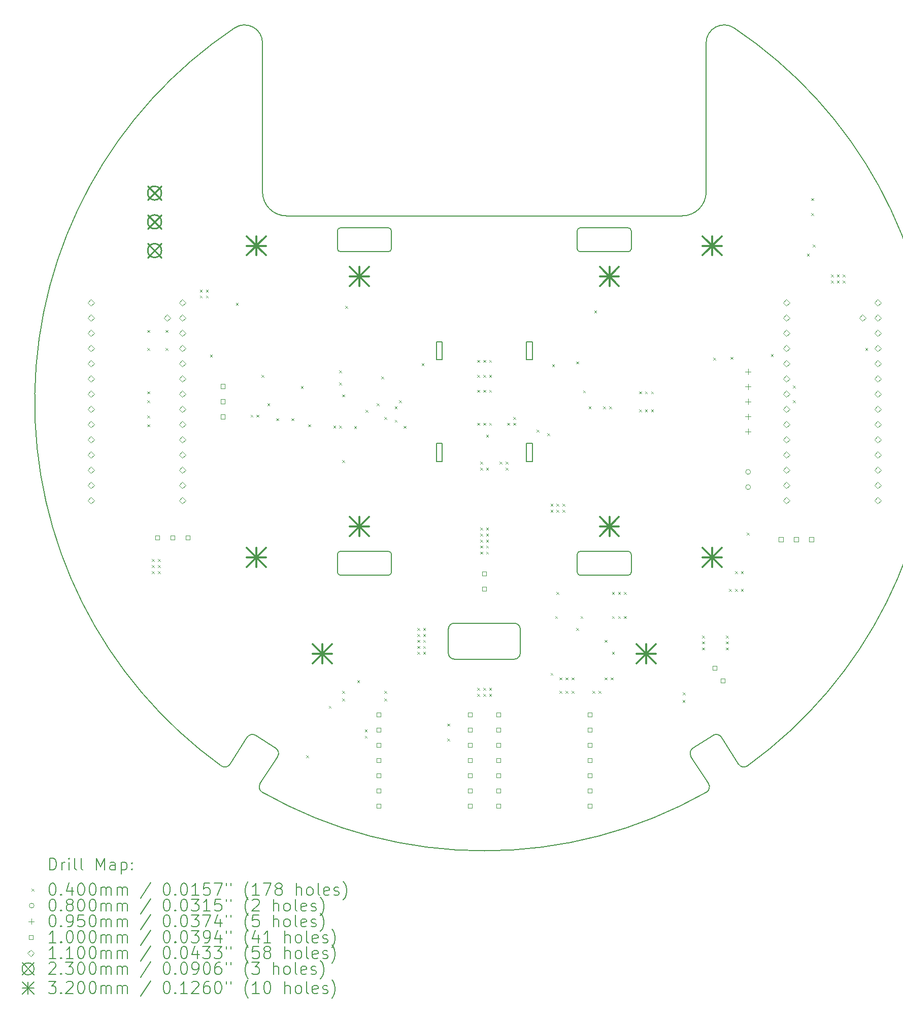
<source format=gbr>
%TF.GenerationSoftware,KiCad,Pcbnew,7.0.9*%
%TF.CreationDate,2023-12-19T12:29:52+08:00*%
%TF.ProjectId,layer3,6c617965-7233-42e6-9b69-6361645f7063,rev?*%
%TF.SameCoordinates,Original*%
%TF.FileFunction,Drillmap*%
%TF.FilePolarity,Positive*%
%FSLAX45Y45*%
G04 Gerber Fmt 4.5, Leading zero omitted, Abs format (unit mm)*
G04 Created by KiCad (PCBNEW 7.0.9) date 2023-12-19 12:29:52*
%MOMM*%
%LPD*%
G01*
G04 APERTURE LIST*
%ADD10C,0.200000*%
%ADD11C,0.100000*%
%ADD12C,0.110000*%
%ADD13C,0.230000*%
%ADD14C,0.320000*%
G04 APERTURE END LIST*
D10*
X8900000Y-13000000D02*
X8100000Y-13000000D01*
X12950000Y-13350000D02*
X12950000Y-13050000D01*
X11200000Y-11200000D02*
X11300000Y-11200000D01*
X11000000Y-14200000D02*
X10000000Y-14200000D01*
X11300000Y-11200000D02*
X11300000Y-11500000D01*
X6795274Y-17021120D02*
G75*
G03*
X14204726Y-17021120I3704726J6521120D01*
G01*
X6255613Y-16556004D02*
X6546901Y-16102277D01*
X14453101Y-16102276D02*
G75*
G03*
X14314924Y-16072150I-84151J-54024D01*
G01*
X11200000Y-9800000D02*
X11200000Y-9500000D01*
X7051802Y-16426418D02*
G75*
G03*
X7021680Y-16288246I-84133J54028D01*
G01*
X13800000Y-7400000D02*
X7200000Y-7400000D01*
X8950000Y-7950000D02*
X8950000Y-7650000D01*
X11200000Y-9500000D02*
X11300000Y-9500000D01*
X8950000Y-7650000D02*
G75*
G03*
X8900000Y-7600000I-50000J0D01*
G01*
X10000000Y-14800000D02*
X11000000Y-14800000D01*
X12100000Y-7600000D02*
X12900000Y-7600000D01*
X11200000Y-11500000D02*
X11200000Y-11200000D01*
X8100000Y-13400000D02*
X8900000Y-13400000D01*
X6760517Y-16880146D02*
G75*
G03*
X6795274Y-17021120I84153J-54024D01*
G01*
X14887032Y-16583087D02*
G75*
G03*
X14666667Y-4263905I-4387032J6083087D01*
G01*
X13800000Y-7400000D02*
G75*
G03*
X14200000Y-7000000I0J400000D01*
G01*
X9700000Y-11500000D02*
X9700000Y-11200000D01*
X8050000Y-13350000D02*
G75*
G03*
X8100000Y-13400000I50000J0D01*
G01*
X12100000Y-13000000D02*
G75*
G03*
X12050000Y-13050000I0J-50000D01*
G01*
X12050000Y-7950000D02*
X12050000Y-7650000D01*
X6800001Y-4513348D02*
G75*
G03*
X6333333Y-4263905I-300001J-2D01*
G01*
X12900000Y-8000000D02*
X12100000Y-8000000D01*
X9700000Y-11200000D02*
X9800000Y-11200000D01*
X10000000Y-14200000D02*
G75*
G03*
X9900000Y-14300000I0J-100000D01*
G01*
X14239480Y-16880148D02*
X13948193Y-16426421D01*
X12950000Y-7650000D02*
G75*
G03*
X12900000Y-7600000I-50000J0D01*
G01*
X14744387Y-16556003D02*
G75*
G03*
X14887032Y-16583087I84153J54033D01*
G01*
X6800000Y-7000000D02*
X6800000Y-4513348D01*
X9800000Y-11500000D02*
X9700000Y-11500000D01*
X12900000Y-13400000D02*
G75*
G03*
X12950000Y-13350000I0J50000D01*
G01*
X8900000Y-13400000D02*
G75*
G03*
X8950000Y-13350000I0J50000D01*
G01*
X8950000Y-13350000D02*
X8950000Y-13050000D01*
X12950000Y-7650000D02*
X12950000Y-7950000D01*
X9800000Y-9800000D02*
X9700000Y-9800000D01*
X14453099Y-16102277D02*
X14744387Y-16556004D01*
X11000000Y-14800000D02*
G75*
G03*
X11100000Y-14700000I0J100000D01*
G01*
X11300000Y-11500000D02*
X11200000Y-11500000D01*
X12100000Y-13400000D02*
X12900000Y-13400000D01*
X8050000Y-7950000D02*
G75*
G03*
X8100000Y-8000000I50000J0D01*
G01*
X12050000Y-7950000D02*
G75*
G03*
X12100000Y-8000000I50000J0D01*
G01*
X12900000Y-8000000D02*
G75*
G03*
X12950000Y-7950000I0J50000D01*
G01*
X12950000Y-13050000D02*
G75*
G03*
X12900000Y-13000000I-50000J0D01*
G01*
X6685074Y-16072151D02*
G75*
G03*
X6546901Y-16102277I-54025J-84149D01*
G01*
X9800000Y-9500000D02*
X9800000Y-9800000D01*
X7051807Y-16426421D02*
X6760520Y-16880148D01*
X9700000Y-9500000D02*
X9800000Y-9500000D01*
X8050000Y-7650000D02*
X8050000Y-7950000D01*
X14200000Y-4513348D02*
X14200000Y-7000000D01*
X8900000Y-7600000D02*
X8100000Y-7600000D01*
X13978321Y-16288248D02*
G75*
G03*
X13948193Y-16426421I54029J-84152D01*
G01*
X11300000Y-9800000D02*
X11200000Y-9800000D01*
X11100000Y-14300000D02*
G75*
G03*
X11000000Y-14200000I-100000J0D01*
G01*
X8900000Y-8000000D02*
G75*
G03*
X8950000Y-7950000I0J50000D01*
G01*
X6333333Y-4263905D02*
G75*
G03*
X6112968Y-16583087I4166667J-6236096D01*
G01*
X11300000Y-9500000D02*
X11300000Y-9800000D01*
X8100000Y-8000000D02*
X8900000Y-8000000D01*
X8950000Y-13050000D02*
G75*
G03*
X8900000Y-13000000I-50000J0D01*
G01*
X13978320Y-16288246D02*
X14314924Y-16072150D01*
X14204724Y-17021118D02*
G75*
G03*
X14239480Y-16880148I-49394J86948D01*
G01*
X11100000Y-14700000D02*
X11100000Y-14300000D01*
X9900000Y-14300000D02*
X9900000Y-14700000D01*
X8050000Y-13050000D02*
X8050000Y-13350000D01*
X6112967Y-16583090D02*
G75*
G03*
X6255613Y-16556004I58493J81110D01*
G01*
X14666666Y-4263906D02*
G75*
G03*
X14200000Y-4513348I-166666J-249444D01*
G01*
X12100000Y-7600000D02*
G75*
G03*
X12050000Y-7650000I0J-50000D01*
G01*
X9900000Y-14700000D02*
G75*
G03*
X10000000Y-14800000I100000J0D01*
G01*
X8100000Y-13000000D02*
G75*
G03*
X8050000Y-13050000I0J-50000D01*
G01*
X6685076Y-16072150D02*
X7021680Y-16288246D01*
X12050000Y-13050000D02*
X12050000Y-13350000D01*
X6800000Y-7000000D02*
G75*
G03*
X7200000Y-7400000I400000J0D01*
G01*
X9800000Y-11200000D02*
X9800000Y-11500000D01*
X12900000Y-13000000D02*
X12100000Y-13000000D01*
X9700000Y-9800000D02*
X9700000Y-9500000D01*
X8100000Y-7600000D02*
G75*
G03*
X8050000Y-7650000I0J-50000D01*
G01*
X12050000Y-13350000D02*
G75*
G03*
X12100000Y-13400000I50000J0D01*
G01*
D11*
X4880000Y-9305000D02*
X4920000Y-9345000D01*
X4920000Y-9305000D02*
X4880000Y-9345000D01*
X4880000Y-9605000D02*
X4920000Y-9645000D01*
X4920000Y-9605000D02*
X4880000Y-9645000D01*
X4880000Y-10330000D02*
X4920000Y-10370000D01*
X4920000Y-10330000D02*
X4880000Y-10370000D01*
X4880000Y-10480000D02*
X4920000Y-10520000D01*
X4920000Y-10480000D02*
X4880000Y-10520000D01*
X4880000Y-10730000D02*
X4920000Y-10770000D01*
X4920000Y-10730000D02*
X4880000Y-10770000D01*
X4880000Y-10880000D02*
X4920000Y-10920000D01*
X4920000Y-10880000D02*
X4880000Y-10920000D01*
X4955000Y-13130000D02*
X4995000Y-13170000D01*
X4995000Y-13130000D02*
X4955000Y-13170000D01*
X4955000Y-13230000D02*
X4995000Y-13270000D01*
X4995000Y-13230000D02*
X4955000Y-13270000D01*
X4955000Y-13330000D02*
X4995000Y-13370000D01*
X4995000Y-13330000D02*
X4955000Y-13370000D01*
X5055000Y-13130000D02*
X5095000Y-13170000D01*
X5095000Y-13130000D02*
X5055000Y-13170000D01*
X5055000Y-13230000D02*
X5095000Y-13270000D01*
X5095000Y-13230000D02*
X5055000Y-13270000D01*
X5055000Y-13330000D02*
X5095000Y-13370000D01*
X5095000Y-13330000D02*
X5055000Y-13370000D01*
X5180000Y-9305000D02*
X5220000Y-9345000D01*
X5220000Y-9305000D02*
X5180000Y-9345000D01*
X5180000Y-9605000D02*
X5220000Y-9645000D01*
X5220000Y-9605000D02*
X5180000Y-9645000D01*
X5755000Y-8630000D02*
X5795000Y-8670000D01*
X5795000Y-8630000D02*
X5755000Y-8670000D01*
X5755000Y-8730000D02*
X5795000Y-8770000D01*
X5795000Y-8730000D02*
X5755000Y-8770000D01*
X5855000Y-8630000D02*
X5895000Y-8670000D01*
X5895000Y-8630000D02*
X5855000Y-8670000D01*
X5855000Y-8730000D02*
X5895000Y-8770000D01*
X5895000Y-8730000D02*
X5855000Y-8770000D01*
X5923730Y-9716270D02*
X5963730Y-9756270D01*
X5963730Y-9716270D02*
X5923730Y-9756270D01*
X6355000Y-8855000D02*
X6395000Y-8895000D01*
X6395000Y-8855000D02*
X6355000Y-8895000D01*
X6600000Y-10720000D02*
X6640000Y-10760000D01*
X6640000Y-10720000D02*
X6600000Y-10760000D01*
X6700000Y-10720000D02*
X6740000Y-10760000D01*
X6740000Y-10720000D02*
X6700000Y-10760000D01*
X6780000Y-10055000D02*
X6820000Y-10095000D01*
X6820000Y-10055000D02*
X6780000Y-10095000D01*
X6880000Y-10530000D02*
X6920000Y-10570000D01*
X6920000Y-10530000D02*
X6880000Y-10570000D01*
X7030000Y-10780000D02*
X7070000Y-10820000D01*
X7070000Y-10780000D02*
X7030000Y-10820000D01*
X7280000Y-10780000D02*
X7320000Y-10820000D01*
X7320000Y-10780000D02*
X7280000Y-10820000D01*
X7440000Y-10240000D02*
X7480000Y-10280000D01*
X7480000Y-10240000D02*
X7440000Y-10280000D01*
X7530000Y-16405000D02*
X7570000Y-16445000D01*
X7570000Y-16405000D02*
X7530000Y-16445000D01*
X7560000Y-10880000D02*
X7600000Y-10920000D01*
X7600000Y-10880000D02*
X7560000Y-10920000D01*
X7905000Y-15580000D02*
X7945000Y-15620000D01*
X7945000Y-15580000D02*
X7905000Y-15620000D01*
X7980000Y-10900000D02*
X8020000Y-10940000D01*
X8020000Y-10900000D02*
X7980000Y-10940000D01*
X8080000Y-9980000D02*
X8120000Y-10020000D01*
X8120000Y-9980000D02*
X8080000Y-10020000D01*
X8080000Y-10180000D02*
X8120000Y-10220000D01*
X8120000Y-10180000D02*
X8080000Y-10220000D01*
X8080000Y-10900000D02*
X8120000Y-10940000D01*
X8120000Y-10900000D02*
X8080000Y-10940000D01*
X8130000Y-10380000D02*
X8170000Y-10420000D01*
X8170000Y-10380000D02*
X8130000Y-10420000D01*
X8130000Y-11480000D02*
X8170000Y-11520000D01*
X8170000Y-11480000D02*
X8130000Y-11520000D01*
X8130000Y-15330000D02*
X8170000Y-15370000D01*
X8170000Y-15330000D02*
X8130000Y-15370000D01*
X8130000Y-15455000D02*
X8170000Y-15495000D01*
X8170000Y-15455000D02*
X8130000Y-15495000D01*
X8180000Y-8905000D02*
X8220000Y-8945000D01*
X8220000Y-8905000D02*
X8180000Y-8945000D01*
X8327601Y-10907550D02*
X8367601Y-10947550D01*
X8367601Y-10907550D02*
X8327601Y-10947550D01*
X8380000Y-15155000D02*
X8420000Y-15195000D01*
X8420000Y-15155000D02*
X8380000Y-15195000D01*
X8505000Y-15974421D02*
X8545000Y-16014421D01*
X8545000Y-15974421D02*
X8505000Y-16014421D01*
X8505000Y-16080000D02*
X8545000Y-16120000D01*
X8545000Y-16080000D02*
X8505000Y-16120000D01*
X8520000Y-10640000D02*
X8560000Y-10680000D01*
X8560000Y-10640000D02*
X8520000Y-10680000D01*
X8705000Y-10527450D02*
X8745000Y-10567450D01*
X8745000Y-10527450D02*
X8705000Y-10567450D01*
X8780000Y-10080000D02*
X8820000Y-10120000D01*
X8820000Y-10080000D02*
X8780000Y-10120000D01*
X8830000Y-10755000D02*
X8870000Y-10795000D01*
X8870000Y-10755000D02*
X8830000Y-10795000D01*
X8830000Y-15330000D02*
X8870000Y-15370000D01*
X8870000Y-15330000D02*
X8830000Y-15370000D01*
X8830000Y-15455000D02*
X8870000Y-15495000D01*
X8870000Y-15455000D02*
X8830000Y-15495000D01*
X9005000Y-10580000D02*
X9045000Y-10620000D01*
X9045000Y-10580000D02*
X9005000Y-10620000D01*
X9005000Y-10805000D02*
X9045000Y-10845000D01*
X9045000Y-10805000D02*
X9005000Y-10845000D01*
X9080000Y-10480000D02*
X9120000Y-10520000D01*
X9120000Y-10480000D02*
X9080000Y-10520000D01*
X9155000Y-10905000D02*
X9195000Y-10945000D01*
X9195000Y-10905000D02*
X9155000Y-10945000D01*
X9380000Y-14280000D02*
X9420000Y-14320000D01*
X9420000Y-14280000D02*
X9380000Y-14320000D01*
X9380000Y-14380000D02*
X9420000Y-14420000D01*
X9420000Y-14380000D02*
X9380000Y-14420000D01*
X9380000Y-14480000D02*
X9420000Y-14520000D01*
X9420000Y-14480000D02*
X9380000Y-14520000D01*
X9380000Y-14580000D02*
X9420000Y-14620000D01*
X9420000Y-14580000D02*
X9380000Y-14620000D01*
X9380000Y-14680000D02*
X9420000Y-14720000D01*
X9420000Y-14680000D02*
X9380000Y-14720000D01*
X9455000Y-9857550D02*
X9495000Y-9897550D01*
X9495000Y-9857550D02*
X9455000Y-9897550D01*
X9480000Y-14280000D02*
X9520000Y-14320000D01*
X9520000Y-14280000D02*
X9480000Y-14320000D01*
X9480000Y-14380000D02*
X9520000Y-14420000D01*
X9520000Y-14380000D02*
X9480000Y-14420000D01*
X9480000Y-14480000D02*
X9520000Y-14520000D01*
X9520000Y-14480000D02*
X9480000Y-14520000D01*
X9480000Y-14580000D02*
X9520000Y-14620000D01*
X9520000Y-14580000D02*
X9480000Y-14620000D01*
X9480000Y-14680000D02*
X9520000Y-14720000D01*
X9520000Y-14680000D02*
X9480000Y-14720000D01*
X9881568Y-16128449D02*
X9921568Y-16168449D01*
X9921568Y-16128449D02*
X9881568Y-16168449D01*
X9883917Y-15876907D02*
X9923917Y-15916907D01*
X9923917Y-15876907D02*
X9883917Y-15916907D01*
X10380000Y-9805000D02*
X10420000Y-9845000D01*
X10420000Y-9805000D02*
X10380000Y-9845000D01*
X10380000Y-10055000D02*
X10420000Y-10095000D01*
X10420000Y-10055000D02*
X10380000Y-10095000D01*
X10380000Y-10305000D02*
X10420000Y-10345000D01*
X10420000Y-10305000D02*
X10380000Y-10345000D01*
X10380000Y-10855000D02*
X10420000Y-10895000D01*
X10420000Y-10855000D02*
X10380000Y-10895000D01*
X10380000Y-15280000D02*
X10420000Y-15320000D01*
X10420000Y-15280000D02*
X10380000Y-15320000D01*
X10380000Y-15380000D02*
X10420000Y-15420000D01*
X10420000Y-15380000D02*
X10380000Y-15420000D01*
X10430000Y-11505000D02*
X10470000Y-11545000D01*
X10470000Y-11505000D02*
X10430000Y-11545000D01*
X10430000Y-11605000D02*
X10470000Y-11645000D01*
X10470000Y-11605000D02*
X10430000Y-11645000D01*
X10430000Y-12605000D02*
X10470000Y-12645000D01*
X10470000Y-12605000D02*
X10430000Y-12645000D01*
X10430000Y-12705000D02*
X10470000Y-12745000D01*
X10470000Y-12705000D02*
X10430000Y-12745000D01*
X10430000Y-12805000D02*
X10470000Y-12845000D01*
X10470000Y-12805000D02*
X10430000Y-12845000D01*
X10430000Y-12905000D02*
X10470000Y-12945000D01*
X10470000Y-12905000D02*
X10430000Y-12945000D01*
X10430000Y-13005000D02*
X10470000Y-13045000D01*
X10470000Y-13005000D02*
X10430000Y-13045000D01*
X10480000Y-9805000D02*
X10520000Y-9845000D01*
X10520000Y-9805000D02*
X10480000Y-9845000D01*
X10480000Y-10055000D02*
X10520000Y-10095000D01*
X10520000Y-10055000D02*
X10480000Y-10095000D01*
X10480000Y-10305000D02*
X10520000Y-10345000D01*
X10520000Y-10305000D02*
X10480000Y-10345000D01*
X10480000Y-10855000D02*
X10520000Y-10895000D01*
X10520000Y-10855000D02*
X10480000Y-10895000D01*
X10480000Y-15280000D02*
X10520000Y-15320000D01*
X10520000Y-15280000D02*
X10480000Y-15320000D01*
X10480000Y-15380000D02*
X10520000Y-15420000D01*
X10520000Y-15380000D02*
X10480000Y-15420000D01*
X10530000Y-11055000D02*
X10570000Y-11095000D01*
X10570000Y-11055000D02*
X10530000Y-11095000D01*
X10530000Y-11605000D02*
X10570000Y-11645000D01*
X10570000Y-11605000D02*
X10530000Y-11645000D01*
X10530000Y-12605000D02*
X10570000Y-12645000D01*
X10570000Y-12605000D02*
X10530000Y-12645000D01*
X10530000Y-12705000D02*
X10570000Y-12745000D01*
X10570000Y-12705000D02*
X10530000Y-12745000D01*
X10530000Y-12805000D02*
X10570000Y-12845000D01*
X10570000Y-12805000D02*
X10530000Y-12845000D01*
X10530000Y-12905000D02*
X10570000Y-12945000D01*
X10570000Y-12905000D02*
X10530000Y-12945000D01*
X10530000Y-13005000D02*
X10570000Y-13045000D01*
X10570000Y-13005000D02*
X10530000Y-13045000D01*
X10580000Y-9805000D02*
X10620000Y-9845000D01*
X10620000Y-9805000D02*
X10580000Y-9845000D01*
X10580000Y-10055000D02*
X10620000Y-10095000D01*
X10620000Y-10055000D02*
X10580000Y-10095000D01*
X10580000Y-10305000D02*
X10620000Y-10345000D01*
X10620000Y-10305000D02*
X10580000Y-10345000D01*
X10580000Y-10855000D02*
X10620000Y-10895000D01*
X10620000Y-10855000D02*
X10580000Y-10895000D01*
X10580000Y-15280000D02*
X10620000Y-15320000D01*
X10620000Y-15280000D02*
X10580000Y-15320000D01*
X10580000Y-15380000D02*
X10620000Y-15420000D01*
X10620000Y-15380000D02*
X10580000Y-15420000D01*
X10755000Y-11505000D02*
X10795000Y-11545000D01*
X10795000Y-11505000D02*
X10755000Y-11545000D01*
X10855000Y-11505000D02*
X10895000Y-11545000D01*
X10895000Y-11505000D02*
X10855000Y-11545000D01*
X10855000Y-11605000D02*
X10895000Y-11645000D01*
X10895000Y-11605000D02*
X10855000Y-11645000D01*
X10880000Y-10855000D02*
X10920000Y-10895000D01*
X10920000Y-10855000D02*
X10880000Y-10895000D01*
X10980000Y-10755000D02*
X11020000Y-10795000D01*
X11020000Y-10755000D02*
X10980000Y-10795000D01*
X10980000Y-10855000D02*
X11020000Y-10895000D01*
X11020000Y-10855000D02*
X10980000Y-10895000D01*
X11370000Y-10970000D02*
X11410000Y-11010000D01*
X11410000Y-10970000D02*
X11370000Y-11010000D01*
X11552450Y-11030000D02*
X11592450Y-11070000D01*
X11592450Y-11030000D02*
X11552450Y-11070000D01*
X11605000Y-12205000D02*
X11645000Y-12245000D01*
X11645000Y-12205000D02*
X11605000Y-12245000D01*
X11605000Y-12305000D02*
X11645000Y-12345000D01*
X11645000Y-12305000D02*
X11605000Y-12345000D01*
X11605000Y-15030000D02*
X11645000Y-15070000D01*
X11645000Y-15030000D02*
X11605000Y-15070000D01*
X11630000Y-9880000D02*
X11670000Y-9920000D01*
X11670000Y-9880000D02*
X11630000Y-9920000D01*
X11680000Y-14080000D02*
X11720000Y-14120000D01*
X11720000Y-14080000D02*
X11680000Y-14120000D01*
X11705000Y-12205000D02*
X11745000Y-12245000D01*
X11745000Y-12205000D02*
X11705000Y-12245000D01*
X11705000Y-12305000D02*
X11745000Y-12345000D01*
X11745000Y-12305000D02*
X11705000Y-12345000D01*
X11705000Y-13680000D02*
X11745000Y-13720000D01*
X11745000Y-13680000D02*
X11705000Y-13720000D01*
X11755000Y-15105000D02*
X11795000Y-15145000D01*
X11795000Y-15105000D02*
X11755000Y-15145000D01*
X11755000Y-15330000D02*
X11795000Y-15370000D01*
X11795000Y-15330000D02*
X11755000Y-15370000D01*
X11805000Y-12205000D02*
X11845000Y-12245000D01*
X11845000Y-12205000D02*
X11805000Y-12245000D01*
X11805000Y-12305000D02*
X11845000Y-12345000D01*
X11845000Y-12305000D02*
X11805000Y-12345000D01*
X11855000Y-15105000D02*
X11895000Y-15145000D01*
X11895000Y-15105000D02*
X11855000Y-15145000D01*
X11855000Y-15330000D02*
X11895000Y-15370000D01*
X11895000Y-15330000D02*
X11855000Y-15370000D01*
X11955000Y-15105000D02*
X11995000Y-15145000D01*
X11995000Y-15105000D02*
X11955000Y-15145000D01*
X11955000Y-15330000D02*
X11995000Y-15370000D01*
X11995000Y-15330000D02*
X11955000Y-15370000D01*
X12030000Y-9830000D02*
X12070000Y-9870000D01*
X12070000Y-9830000D02*
X12030000Y-9870000D01*
X12030000Y-14280000D02*
X12070000Y-14320000D01*
X12070000Y-14280000D02*
X12030000Y-14320000D01*
X12105000Y-14080000D02*
X12145000Y-14120000D01*
X12145000Y-14080000D02*
X12105000Y-14120000D01*
X12147450Y-10312550D02*
X12187450Y-10352550D01*
X12187450Y-10312550D02*
X12147450Y-10352550D01*
X12240000Y-10580000D02*
X12280000Y-10620000D01*
X12280000Y-10580000D02*
X12240000Y-10620000D01*
X12305000Y-15330000D02*
X12345000Y-15370000D01*
X12345000Y-15330000D02*
X12305000Y-15370000D01*
X12332550Y-8982550D02*
X12372550Y-9022550D01*
X12372550Y-8982550D02*
X12332550Y-9022550D01*
X12405000Y-15330000D02*
X12445000Y-15370000D01*
X12445000Y-15330000D02*
X12405000Y-15370000D01*
X12480000Y-10580000D02*
X12520000Y-10620000D01*
X12520000Y-10580000D02*
X12480000Y-10620000D01*
X12505000Y-14480000D02*
X12545000Y-14520000D01*
X12545000Y-14480000D02*
X12505000Y-14520000D01*
X12505000Y-15105000D02*
X12545000Y-15145000D01*
X12545000Y-15105000D02*
X12505000Y-15145000D01*
X12580000Y-10580000D02*
X12620000Y-10620000D01*
X12620000Y-10580000D02*
X12580000Y-10620000D01*
X12605000Y-15105000D02*
X12645000Y-15145000D01*
X12645000Y-15105000D02*
X12605000Y-15145000D01*
X12630000Y-13680000D02*
X12670000Y-13720000D01*
X12670000Y-13680000D02*
X12630000Y-13720000D01*
X12630000Y-14080000D02*
X12670000Y-14120000D01*
X12670000Y-14080000D02*
X12630000Y-14120000D01*
X12630000Y-14680000D02*
X12670000Y-14720000D01*
X12670000Y-14680000D02*
X12630000Y-14720000D01*
X12730000Y-13680000D02*
X12770000Y-13720000D01*
X12770000Y-13680000D02*
X12730000Y-13720000D01*
X12730000Y-14080000D02*
X12770000Y-14120000D01*
X12770000Y-14080000D02*
X12730000Y-14120000D01*
X12830000Y-13680000D02*
X12870000Y-13720000D01*
X12870000Y-13680000D02*
X12830000Y-13720000D01*
X12830000Y-14080000D02*
X12870000Y-14120000D01*
X12870000Y-14080000D02*
X12830000Y-14120000D01*
X13080000Y-10330000D02*
X13120000Y-10370000D01*
X13120000Y-10330000D02*
X13080000Y-10370000D01*
X13080000Y-10630000D02*
X13120000Y-10670000D01*
X13120000Y-10630000D02*
X13080000Y-10670000D01*
X13180000Y-10330000D02*
X13220000Y-10370000D01*
X13220000Y-10330000D02*
X13180000Y-10370000D01*
X13180000Y-10630000D02*
X13220000Y-10670000D01*
X13220000Y-10630000D02*
X13180000Y-10670000D01*
X13280000Y-10330000D02*
X13320000Y-10370000D01*
X13320000Y-10330000D02*
X13280000Y-10370000D01*
X13280000Y-10630000D02*
X13320000Y-10670000D01*
X13320000Y-10630000D02*
X13280000Y-10670000D01*
X13805000Y-15480000D02*
X13845000Y-15520000D01*
X13845000Y-15480000D02*
X13805000Y-15520000D01*
X13809324Y-15357550D02*
X13849324Y-15397550D01*
X13849324Y-15357550D02*
X13809324Y-15397550D01*
X14130000Y-14405000D02*
X14170000Y-14445000D01*
X14170000Y-14405000D02*
X14130000Y-14445000D01*
X14130000Y-14505000D02*
X14170000Y-14545000D01*
X14170000Y-14505000D02*
X14130000Y-14545000D01*
X14130000Y-14605000D02*
X14170000Y-14645000D01*
X14170000Y-14605000D02*
X14130000Y-14645000D01*
X14316270Y-9768730D02*
X14356270Y-9808730D01*
X14356270Y-9768730D02*
X14316270Y-9808730D01*
X14530000Y-14405000D02*
X14570000Y-14445000D01*
X14570000Y-14405000D02*
X14530000Y-14445000D01*
X14530000Y-14505000D02*
X14570000Y-14545000D01*
X14570000Y-14505000D02*
X14530000Y-14545000D01*
X14530000Y-14605000D02*
X14570000Y-14645000D01*
X14570000Y-14605000D02*
X14530000Y-14645000D01*
X14580000Y-13630000D02*
X14620000Y-13670000D01*
X14620000Y-13630000D02*
X14580000Y-13670000D01*
X14606230Y-9753770D02*
X14646230Y-9793770D01*
X14646230Y-9753770D02*
X14606230Y-9793770D01*
X14680000Y-13330000D02*
X14720000Y-13370000D01*
X14720000Y-13330000D02*
X14680000Y-13370000D01*
X14680000Y-13630000D02*
X14720000Y-13670000D01*
X14720000Y-13630000D02*
X14680000Y-13670000D01*
X14780000Y-13330000D02*
X14820000Y-13370000D01*
X14820000Y-13330000D02*
X14780000Y-13370000D01*
X14780000Y-13630000D02*
X14820000Y-13670000D01*
X14820000Y-13630000D02*
X14780000Y-13670000D01*
X14880000Y-12689950D02*
X14920000Y-12729950D01*
X14920000Y-12689950D02*
X14880000Y-12729950D01*
X15280000Y-9705000D02*
X15320000Y-9745000D01*
X15320000Y-9705000D02*
X15280000Y-9745000D01*
X15645000Y-10480000D02*
X15685000Y-10520000D01*
X15685000Y-10480000D02*
X15645000Y-10520000D01*
X15649000Y-10230000D02*
X15689000Y-10270000D01*
X15689000Y-10230000D02*
X15649000Y-10270000D01*
X15880000Y-8030000D02*
X15920000Y-8070000D01*
X15920000Y-8030000D02*
X15880000Y-8070000D01*
X15955000Y-7105000D02*
X15995000Y-7145000D01*
X15995000Y-7105000D02*
X15955000Y-7145000D01*
X15955000Y-7355000D02*
X15995000Y-7395000D01*
X15995000Y-7355000D02*
X15955000Y-7395000D01*
X15980000Y-7880000D02*
X16020000Y-7920000D01*
X16020000Y-7880000D02*
X15980000Y-7920000D01*
X16280000Y-8380000D02*
X16320000Y-8420000D01*
X16320000Y-8380000D02*
X16280000Y-8420000D01*
X16280000Y-8480000D02*
X16320000Y-8520000D01*
X16320000Y-8480000D02*
X16280000Y-8520000D01*
X16380000Y-8380000D02*
X16420000Y-8420000D01*
X16420000Y-8380000D02*
X16380000Y-8420000D01*
X16380000Y-8480000D02*
X16420000Y-8520000D01*
X16420000Y-8480000D02*
X16380000Y-8520000D01*
X16480000Y-8380000D02*
X16520000Y-8420000D01*
X16520000Y-8380000D02*
X16480000Y-8420000D01*
X16480000Y-8480000D02*
X16520000Y-8520000D01*
X16520000Y-8480000D02*
X16480000Y-8520000D01*
X16855000Y-9605000D02*
X16895000Y-9645000D01*
X16895000Y-9605000D02*
X16855000Y-9645000D01*
X14940000Y-11675000D02*
G75*
G03*
X14940000Y-11675000I-40000J0D01*
G01*
X14940000Y-11929000D02*
G75*
G03*
X14940000Y-11929000I-40000J0D01*
G01*
X14900000Y-9952500D02*
X14900000Y-10047500D01*
X14852500Y-10000000D02*
X14947500Y-10000000D01*
X14900000Y-10202500D02*
X14900000Y-10297500D01*
X14852500Y-10250000D02*
X14947500Y-10250000D01*
X14900000Y-10452500D02*
X14900000Y-10547500D01*
X14852500Y-10500000D02*
X14947500Y-10500000D01*
X14900000Y-10702500D02*
X14900000Y-10797500D01*
X14852500Y-10750000D02*
X14947500Y-10750000D01*
X14900000Y-10952500D02*
X14900000Y-11047500D01*
X14852500Y-11000000D02*
X14947500Y-11000000D01*
X5082856Y-12806356D02*
X5082856Y-12735644D01*
X5012144Y-12735644D01*
X5012144Y-12806356D01*
X5082856Y-12806356D01*
X5336856Y-12806356D02*
X5336856Y-12735644D01*
X5266144Y-12735644D01*
X5266144Y-12806356D01*
X5336856Y-12806356D01*
X5590856Y-12806356D02*
X5590856Y-12735644D01*
X5520144Y-12735644D01*
X5520144Y-12806356D01*
X5590856Y-12806356D01*
X6175356Y-10279856D02*
X6175356Y-10209144D01*
X6104644Y-10209144D01*
X6104644Y-10279856D01*
X6175356Y-10279856D01*
X6175356Y-10533856D02*
X6175356Y-10463144D01*
X6104644Y-10463144D01*
X6104644Y-10533856D01*
X6175356Y-10533856D01*
X6175356Y-10787856D02*
X6175356Y-10717144D01*
X6104644Y-10717144D01*
X6104644Y-10787856D01*
X6175356Y-10787856D01*
X8773356Y-15760356D02*
X8773356Y-15689644D01*
X8702644Y-15689644D01*
X8702644Y-15760356D01*
X8773356Y-15760356D01*
X8773356Y-16014356D02*
X8773356Y-15943644D01*
X8702644Y-15943644D01*
X8702644Y-16014356D01*
X8773356Y-16014356D01*
X8773356Y-16268356D02*
X8773356Y-16197644D01*
X8702644Y-16197644D01*
X8702644Y-16268356D01*
X8773356Y-16268356D01*
X8773356Y-16522356D02*
X8773356Y-16451644D01*
X8702644Y-16451644D01*
X8702644Y-16522356D01*
X8773356Y-16522356D01*
X8773356Y-16776356D02*
X8773356Y-16705644D01*
X8702644Y-16705644D01*
X8702644Y-16776356D01*
X8773356Y-16776356D01*
X8773356Y-17030356D02*
X8773356Y-16959644D01*
X8702644Y-16959644D01*
X8702644Y-17030356D01*
X8773356Y-17030356D01*
X8773356Y-17284356D02*
X8773356Y-17213644D01*
X8702644Y-17213644D01*
X8702644Y-17284356D01*
X8773356Y-17284356D01*
X10297356Y-15760356D02*
X10297356Y-15689644D01*
X10226644Y-15689644D01*
X10226644Y-15760356D01*
X10297356Y-15760356D01*
X10297356Y-16014356D02*
X10297356Y-15943644D01*
X10226644Y-15943644D01*
X10226644Y-16014356D01*
X10297356Y-16014356D01*
X10297356Y-16268356D02*
X10297356Y-16197644D01*
X10226644Y-16197644D01*
X10226644Y-16268356D01*
X10297356Y-16268356D01*
X10297356Y-16522356D02*
X10297356Y-16451644D01*
X10226644Y-16451644D01*
X10226644Y-16522356D01*
X10297356Y-16522356D01*
X10297356Y-16776356D02*
X10297356Y-16705644D01*
X10226644Y-16705644D01*
X10226644Y-16776356D01*
X10297356Y-16776356D01*
X10297356Y-17030356D02*
X10297356Y-16959644D01*
X10226644Y-16959644D01*
X10226644Y-17030356D01*
X10297356Y-17030356D01*
X10297356Y-17284356D02*
X10297356Y-17213644D01*
X10226644Y-17213644D01*
X10226644Y-17284356D01*
X10297356Y-17284356D01*
X10535356Y-13410356D02*
X10535356Y-13339644D01*
X10464644Y-13339644D01*
X10464644Y-13410356D01*
X10535356Y-13410356D01*
X10535356Y-13660356D02*
X10535356Y-13589644D01*
X10464644Y-13589644D01*
X10464644Y-13660356D01*
X10535356Y-13660356D01*
X10773356Y-15760356D02*
X10773356Y-15689644D01*
X10702644Y-15689644D01*
X10702644Y-15760356D01*
X10773356Y-15760356D01*
X10773356Y-16014356D02*
X10773356Y-15943644D01*
X10702644Y-15943644D01*
X10702644Y-16014356D01*
X10773356Y-16014356D01*
X10773356Y-16268356D02*
X10773356Y-16197644D01*
X10702644Y-16197644D01*
X10702644Y-16268356D01*
X10773356Y-16268356D01*
X10773356Y-16522356D02*
X10773356Y-16451644D01*
X10702644Y-16451644D01*
X10702644Y-16522356D01*
X10773356Y-16522356D01*
X10773356Y-16776356D02*
X10773356Y-16705644D01*
X10702644Y-16705644D01*
X10702644Y-16776356D01*
X10773356Y-16776356D01*
X10773356Y-17030356D02*
X10773356Y-16959644D01*
X10702644Y-16959644D01*
X10702644Y-17030356D01*
X10773356Y-17030356D01*
X10773356Y-17284356D02*
X10773356Y-17213644D01*
X10702644Y-17213644D01*
X10702644Y-17284356D01*
X10773356Y-17284356D01*
X12297356Y-15760356D02*
X12297356Y-15689644D01*
X12226644Y-15689644D01*
X12226644Y-15760356D01*
X12297356Y-15760356D01*
X12297356Y-16014356D02*
X12297356Y-15943644D01*
X12226644Y-15943644D01*
X12226644Y-16014356D01*
X12297356Y-16014356D01*
X12297356Y-16268356D02*
X12297356Y-16197644D01*
X12226644Y-16197644D01*
X12226644Y-16268356D01*
X12297356Y-16268356D01*
X12297356Y-16522356D02*
X12297356Y-16451644D01*
X12226644Y-16451644D01*
X12226644Y-16522356D01*
X12297356Y-16522356D01*
X12297356Y-16776356D02*
X12297356Y-16705644D01*
X12226644Y-16705644D01*
X12226644Y-16776356D01*
X12297356Y-16776356D01*
X12297356Y-17030356D02*
X12297356Y-16959644D01*
X12226644Y-16959644D01*
X12226644Y-17030356D01*
X12297356Y-17030356D01*
X12297356Y-17284356D02*
X12297356Y-17213644D01*
X12226644Y-17213644D01*
X12226644Y-17284356D01*
X12297356Y-17284356D01*
X14376796Y-14984421D02*
X14376796Y-14913710D01*
X14306084Y-14913710D01*
X14306084Y-14984421D01*
X14376796Y-14984421D01*
X14511856Y-15194799D02*
X14511856Y-15124088D01*
X14441145Y-15124088D01*
X14441145Y-15194799D01*
X14511856Y-15194799D01*
X15481356Y-12835356D02*
X15481356Y-12764644D01*
X15410644Y-12764644D01*
X15410644Y-12835356D01*
X15481356Y-12835356D01*
X15735356Y-12835356D02*
X15735356Y-12764644D01*
X15664644Y-12764644D01*
X15664644Y-12835356D01*
X15735356Y-12835356D01*
X15989356Y-12835356D02*
X15989356Y-12764644D01*
X15918644Y-12764644D01*
X15918644Y-12835356D01*
X15989356Y-12835356D01*
D12*
X3938000Y-8904000D02*
X3993000Y-8849000D01*
X3938000Y-8794000D01*
X3883000Y-8849000D01*
X3938000Y-8904000D01*
X3938000Y-9158000D02*
X3993000Y-9103000D01*
X3938000Y-9048000D01*
X3883000Y-9103000D01*
X3938000Y-9158000D01*
X3938000Y-9412000D02*
X3993000Y-9357000D01*
X3938000Y-9302000D01*
X3883000Y-9357000D01*
X3938000Y-9412000D01*
X3938000Y-9666000D02*
X3993000Y-9611000D01*
X3938000Y-9556000D01*
X3883000Y-9611000D01*
X3938000Y-9666000D01*
X3938000Y-9920000D02*
X3993000Y-9865000D01*
X3938000Y-9810000D01*
X3883000Y-9865000D01*
X3938000Y-9920000D01*
X3938000Y-10174000D02*
X3993000Y-10119000D01*
X3938000Y-10064000D01*
X3883000Y-10119000D01*
X3938000Y-10174000D01*
X3938000Y-10428000D02*
X3993000Y-10373000D01*
X3938000Y-10318000D01*
X3883000Y-10373000D01*
X3938000Y-10428000D01*
X3938000Y-10682000D02*
X3993000Y-10627000D01*
X3938000Y-10572000D01*
X3883000Y-10627000D01*
X3938000Y-10682000D01*
X3938000Y-10936000D02*
X3993000Y-10881000D01*
X3938000Y-10826000D01*
X3883000Y-10881000D01*
X3938000Y-10936000D01*
X3938000Y-11190000D02*
X3993000Y-11135000D01*
X3938000Y-11080000D01*
X3883000Y-11135000D01*
X3938000Y-11190000D01*
X3938000Y-11444000D02*
X3993000Y-11389000D01*
X3938000Y-11334000D01*
X3883000Y-11389000D01*
X3938000Y-11444000D01*
X3938000Y-11698000D02*
X3993000Y-11643000D01*
X3938000Y-11588000D01*
X3883000Y-11643000D01*
X3938000Y-11698000D01*
X3938000Y-11952000D02*
X3993000Y-11897000D01*
X3938000Y-11842000D01*
X3883000Y-11897000D01*
X3938000Y-11952000D01*
X3938000Y-12206000D02*
X3993000Y-12151000D01*
X3938000Y-12096000D01*
X3883000Y-12151000D01*
X3938000Y-12206000D01*
X5208000Y-9158000D02*
X5263000Y-9103000D01*
X5208000Y-9048000D01*
X5153000Y-9103000D01*
X5208000Y-9158000D01*
X5462000Y-8904000D02*
X5517000Y-8849000D01*
X5462000Y-8794000D01*
X5407000Y-8849000D01*
X5462000Y-8904000D01*
X5462000Y-9158000D02*
X5517000Y-9103000D01*
X5462000Y-9048000D01*
X5407000Y-9103000D01*
X5462000Y-9158000D01*
X5462000Y-9412000D02*
X5517000Y-9357000D01*
X5462000Y-9302000D01*
X5407000Y-9357000D01*
X5462000Y-9412000D01*
X5462000Y-9666000D02*
X5517000Y-9611000D01*
X5462000Y-9556000D01*
X5407000Y-9611000D01*
X5462000Y-9666000D01*
X5462000Y-9920000D02*
X5517000Y-9865000D01*
X5462000Y-9810000D01*
X5407000Y-9865000D01*
X5462000Y-9920000D01*
X5462000Y-10174000D02*
X5517000Y-10119000D01*
X5462000Y-10064000D01*
X5407000Y-10119000D01*
X5462000Y-10174000D01*
X5462000Y-10428000D02*
X5517000Y-10373000D01*
X5462000Y-10318000D01*
X5407000Y-10373000D01*
X5462000Y-10428000D01*
X5462000Y-10682000D02*
X5517000Y-10627000D01*
X5462000Y-10572000D01*
X5407000Y-10627000D01*
X5462000Y-10682000D01*
X5462000Y-10936000D02*
X5517000Y-10881000D01*
X5462000Y-10826000D01*
X5407000Y-10881000D01*
X5462000Y-10936000D01*
X5462000Y-11190000D02*
X5517000Y-11135000D01*
X5462000Y-11080000D01*
X5407000Y-11135000D01*
X5462000Y-11190000D01*
X5462000Y-11444000D02*
X5517000Y-11389000D01*
X5462000Y-11334000D01*
X5407000Y-11389000D01*
X5462000Y-11444000D01*
X5462000Y-11698000D02*
X5517000Y-11643000D01*
X5462000Y-11588000D01*
X5407000Y-11643000D01*
X5462000Y-11698000D01*
X5462000Y-11952000D02*
X5517000Y-11897000D01*
X5462000Y-11842000D01*
X5407000Y-11897000D01*
X5462000Y-11952000D01*
X5462000Y-12206000D02*
X5517000Y-12151000D01*
X5462000Y-12096000D01*
X5407000Y-12151000D01*
X5462000Y-12206000D01*
X15538000Y-8904000D02*
X15593000Y-8849000D01*
X15538000Y-8794000D01*
X15483000Y-8849000D01*
X15538000Y-8904000D01*
X15538000Y-9158000D02*
X15593000Y-9103000D01*
X15538000Y-9048000D01*
X15483000Y-9103000D01*
X15538000Y-9158000D01*
X15538000Y-9412000D02*
X15593000Y-9357000D01*
X15538000Y-9302000D01*
X15483000Y-9357000D01*
X15538000Y-9412000D01*
X15538000Y-9666000D02*
X15593000Y-9611000D01*
X15538000Y-9556000D01*
X15483000Y-9611000D01*
X15538000Y-9666000D01*
X15538000Y-9920000D02*
X15593000Y-9865000D01*
X15538000Y-9810000D01*
X15483000Y-9865000D01*
X15538000Y-9920000D01*
X15538000Y-10174000D02*
X15593000Y-10119000D01*
X15538000Y-10064000D01*
X15483000Y-10119000D01*
X15538000Y-10174000D01*
X15538000Y-10428000D02*
X15593000Y-10373000D01*
X15538000Y-10318000D01*
X15483000Y-10373000D01*
X15538000Y-10428000D01*
X15538000Y-10682000D02*
X15593000Y-10627000D01*
X15538000Y-10572000D01*
X15483000Y-10627000D01*
X15538000Y-10682000D01*
X15538000Y-10936000D02*
X15593000Y-10881000D01*
X15538000Y-10826000D01*
X15483000Y-10881000D01*
X15538000Y-10936000D01*
X15538000Y-11190000D02*
X15593000Y-11135000D01*
X15538000Y-11080000D01*
X15483000Y-11135000D01*
X15538000Y-11190000D01*
X15538000Y-11444000D02*
X15593000Y-11389000D01*
X15538000Y-11334000D01*
X15483000Y-11389000D01*
X15538000Y-11444000D01*
X15538000Y-11698000D02*
X15593000Y-11643000D01*
X15538000Y-11588000D01*
X15483000Y-11643000D01*
X15538000Y-11698000D01*
X15538000Y-11952000D02*
X15593000Y-11897000D01*
X15538000Y-11842000D01*
X15483000Y-11897000D01*
X15538000Y-11952000D01*
X15538000Y-12206000D02*
X15593000Y-12151000D01*
X15538000Y-12096000D01*
X15483000Y-12151000D01*
X15538000Y-12206000D01*
X16808000Y-9158000D02*
X16863000Y-9103000D01*
X16808000Y-9048000D01*
X16753000Y-9103000D01*
X16808000Y-9158000D01*
X17062000Y-8904000D02*
X17117000Y-8849000D01*
X17062000Y-8794000D01*
X17007000Y-8849000D01*
X17062000Y-8904000D01*
X17062000Y-9158000D02*
X17117000Y-9103000D01*
X17062000Y-9048000D01*
X17007000Y-9103000D01*
X17062000Y-9158000D01*
X17062000Y-9412000D02*
X17117000Y-9357000D01*
X17062000Y-9302000D01*
X17007000Y-9357000D01*
X17062000Y-9412000D01*
X17062000Y-9666000D02*
X17117000Y-9611000D01*
X17062000Y-9556000D01*
X17007000Y-9611000D01*
X17062000Y-9666000D01*
X17062000Y-9920000D02*
X17117000Y-9865000D01*
X17062000Y-9810000D01*
X17007000Y-9865000D01*
X17062000Y-9920000D01*
X17062000Y-10174000D02*
X17117000Y-10119000D01*
X17062000Y-10064000D01*
X17007000Y-10119000D01*
X17062000Y-10174000D01*
X17062000Y-10428000D02*
X17117000Y-10373000D01*
X17062000Y-10318000D01*
X17007000Y-10373000D01*
X17062000Y-10428000D01*
X17062000Y-10682000D02*
X17117000Y-10627000D01*
X17062000Y-10572000D01*
X17007000Y-10627000D01*
X17062000Y-10682000D01*
X17062000Y-10936000D02*
X17117000Y-10881000D01*
X17062000Y-10826000D01*
X17007000Y-10881000D01*
X17062000Y-10936000D01*
X17062000Y-11190000D02*
X17117000Y-11135000D01*
X17062000Y-11080000D01*
X17007000Y-11135000D01*
X17062000Y-11190000D01*
X17062000Y-11444000D02*
X17117000Y-11389000D01*
X17062000Y-11334000D01*
X17007000Y-11389000D01*
X17062000Y-11444000D01*
X17062000Y-11698000D02*
X17117000Y-11643000D01*
X17062000Y-11588000D01*
X17007000Y-11643000D01*
X17062000Y-11698000D01*
X17062000Y-11952000D02*
X17117000Y-11897000D01*
X17062000Y-11842000D01*
X17007000Y-11897000D01*
X17062000Y-11952000D01*
X17062000Y-12206000D02*
X17117000Y-12151000D01*
X17062000Y-12096000D01*
X17007000Y-12151000D01*
X17062000Y-12206000D01*
D13*
X4885000Y-6905000D02*
X5115000Y-7135000D01*
X5115000Y-6905000D02*
X4885000Y-7135000D01*
X5115000Y-7020000D02*
G75*
G03*
X5115000Y-7020000I-115000J0D01*
G01*
X4885000Y-7385000D02*
X5115000Y-7615000D01*
X5115000Y-7385000D02*
X4885000Y-7615000D01*
X5115000Y-7500000D02*
G75*
G03*
X5115000Y-7500000I-115000J0D01*
G01*
X4885000Y-7865000D02*
X5115000Y-8095000D01*
X5115000Y-7865000D02*
X4885000Y-8095000D01*
X5115000Y-7980000D02*
G75*
G03*
X5115000Y-7980000I-115000J0D01*
G01*
D14*
X6540000Y-7740000D02*
X6860000Y-8060000D01*
X6860000Y-7740000D02*
X6540000Y-8060000D01*
X6700000Y-7740000D02*
X6700000Y-8060000D01*
X6540000Y-7900000D02*
X6860000Y-7900000D01*
X6540000Y-12940000D02*
X6860000Y-13260000D01*
X6860000Y-12940000D02*
X6540000Y-13260000D01*
X6700000Y-12940000D02*
X6700000Y-13260000D01*
X6540000Y-13100000D02*
X6860000Y-13100000D01*
X7638798Y-14547554D02*
X7958798Y-14867554D01*
X7958798Y-14547554D02*
X7638798Y-14867554D01*
X7798798Y-14547554D02*
X7798798Y-14867554D01*
X7638798Y-14707554D02*
X7958798Y-14707554D01*
X8254035Y-8254035D02*
X8574035Y-8574035D01*
X8574035Y-8254035D02*
X8254035Y-8574035D01*
X8414035Y-8254035D02*
X8414035Y-8574035D01*
X8254035Y-8414035D02*
X8574035Y-8414035D01*
X8254035Y-12425965D02*
X8574035Y-12745965D01*
X8574035Y-12425965D02*
X8254035Y-12745965D01*
X8414035Y-12425965D02*
X8414035Y-12745965D01*
X8254035Y-12585965D02*
X8574035Y-12585965D01*
X12425965Y-8254035D02*
X12745965Y-8574035D01*
X12745965Y-8254035D02*
X12425965Y-8574035D01*
X12585965Y-8254035D02*
X12585965Y-8574035D01*
X12425965Y-8414035D02*
X12745965Y-8414035D01*
X12425965Y-12425965D02*
X12745965Y-12745965D01*
X12745965Y-12425965D02*
X12425965Y-12745965D01*
X12585965Y-12425965D02*
X12585965Y-12745965D01*
X12425965Y-12585965D02*
X12745965Y-12585965D01*
X13041202Y-14547554D02*
X13361202Y-14867554D01*
X13361202Y-14547554D02*
X13041202Y-14867554D01*
X13201202Y-14547554D02*
X13201202Y-14867554D01*
X13041202Y-14707554D02*
X13361202Y-14707554D01*
X14140000Y-7740000D02*
X14460000Y-8060000D01*
X14460000Y-7740000D02*
X14140000Y-8060000D01*
X14300000Y-7740000D02*
X14300000Y-8060000D01*
X14140000Y-7900000D02*
X14460000Y-7900000D01*
X14140000Y-12940000D02*
X14460000Y-13260000D01*
X14460000Y-12940000D02*
X14140000Y-13260000D01*
X14300000Y-12940000D02*
X14300000Y-13260000D01*
X14140000Y-13100000D02*
X14460000Y-13100000D01*
D10*
X3250777Y-18321484D02*
X3250777Y-18121484D01*
X3250777Y-18121484D02*
X3298396Y-18121484D01*
X3298396Y-18121484D02*
X3326967Y-18131008D01*
X3326967Y-18131008D02*
X3346015Y-18150055D01*
X3346015Y-18150055D02*
X3355539Y-18169103D01*
X3355539Y-18169103D02*
X3365062Y-18207198D01*
X3365062Y-18207198D02*
X3365062Y-18235770D01*
X3365062Y-18235770D02*
X3355539Y-18273865D01*
X3355539Y-18273865D02*
X3346015Y-18292912D01*
X3346015Y-18292912D02*
X3326967Y-18311960D01*
X3326967Y-18311960D02*
X3298396Y-18321484D01*
X3298396Y-18321484D02*
X3250777Y-18321484D01*
X3450777Y-18321484D02*
X3450777Y-18188150D01*
X3450777Y-18226246D02*
X3460301Y-18207198D01*
X3460301Y-18207198D02*
X3469824Y-18197674D01*
X3469824Y-18197674D02*
X3488872Y-18188150D01*
X3488872Y-18188150D02*
X3507920Y-18188150D01*
X3574586Y-18321484D02*
X3574586Y-18188150D01*
X3574586Y-18121484D02*
X3565062Y-18131008D01*
X3565062Y-18131008D02*
X3574586Y-18140531D01*
X3574586Y-18140531D02*
X3584110Y-18131008D01*
X3584110Y-18131008D02*
X3574586Y-18121484D01*
X3574586Y-18121484D02*
X3574586Y-18140531D01*
X3698396Y-18321484D02*
X3679348Y-18311960D01*
X3679348Y-18311960D02*
X3669824Y-18292912D01*
X3669824Y-18292912D02*
X3669824Y-18121484D01*
X3803158Y-18321484D02*
X3784110Y-18311960D01*
X3784110Y-18311960D02*
X3774586Y-18292912D01*
X3774586Y-18292912D02*
X3774586Y-18121484D01*
X4031729Y-18321484D02*
X4031729Y-18121484D01*
X4031729Y-18121484D02*
X4098396Y-18264341D01*
X4098396Y-18264341D02*
X4165062Y-18121484D01*
X4165062Y-18121484D02*
X4165062Y-18321484D01*
X4346015Y-18321484D02*
X4346015Y-18216722D01*
X4346015Y-18216722D02*
X4336491Y-18197674D01*
X4336491Y-18197674D02*
X4317444Y-18188150D01*
X4317444Y-18188150D02*
X4279348Y-18188150D01*
X4279348Y-18188150D02*
X4260301Y-18197674D01*
X4346015Y-18311960D02*
X4326967Y-18321484D01*
X4326967Y-18321484D02*
X4279348Y-18321484D01*
X4279348Y-18321484D02*
X4260301Y-18311960D01*
X4260301Y-18311960D02*
X4250777Y-18292912D01*
X4250777Y-18292912D02*
X4250777Y-18273865D01*
X4250777Y-18273865D02*
X4260301Y-18254817D01*
X4260301Y-18254817D02*
X4279348Y-18245293D01*
X4279348Y-18245293D02*
X4326967Y-18245293D01*
X4326967Y-18245293D02*
X4346015Y-18235770D01*
X4441253Y-18188150D02*
X4441253Y-18388150D01*
X4441253Y-18197674D02*
X4460301Y-18188150D01*
X4460301Y-18188150D02*
X4498396Y-18188150D01*
X4498396Y-18188150D02*
X4517444Y-18197674D01*
X4517444Y-18197674D02*
X4526967Y-18207198D01*
X4526967Y-18207198D02*
X4536491Y-18226246D01*
X4536491Y-18226246D02*
X4536491Y-18283389D01*
X4536491Y-18283389D02*
X4526967Y-18302436D01*
X4526967Y-18302436D02*
X4517444Y-18311960D01*
X4517444Y-18311960D02*
X4498396Y-18321484D01*
X4498396Y-18321484D02*
X4460301Y-18321484D01*
X4460301Y-18321484D02*
X4441253Y-18311960D01*
X4622205Y-18302436D02*
X4631729Y-18311960D01*
X4631729Y-18311960D02*
X4622205Y-18321484D01*
X4622205Y-18321484D02*
X4612682Y-18311960D01*
X4612682Y-18311960D02*
X4622205Y-18302436D01*
X4622205Y-18302436D02*
X4622205Y-18321484D01*
X4622205Y-18197674D02*
X4631729Y-18207198D01*
X4631729Y-18207198D02*
X4622205Y-18216722D01*
X4622205Y-18216722D02*
X4612682Y-18207198D01*
X4612682Y-18207198D02*
X4622205Y-18197674D01*
X4622205Y-18197674D02*
X4622205Y-18216722D01*
D11*
X2950000Y-18630000D02*
X2990000Y-18670000D01*
X2990000Y-18630000D02*
X2950000Y-18670000D01*
D10*
X3288872Y-18541484D02*
X3307920Y-18541484D01*
X3307920Y-18541484D02*
X3326967Y-18551008D01*
X3326967Y-18551008D02*
X3336491Y-18560531D01*
X3336491Y-18560531D02*
X3346015Y-18579579D01*
X3346015Y-18579579D02*
X3355539Y-18617674D01*
X3355539Y-18617674D02*
X3355539Y-18665293D01*
X3355539Y-18665293D02*
X3346015Y-18703389D01*
X3346015Y-18703389D02*
X3336491Y-18722436D01*
X3336491Y-18722436D02*
X3326967Y-18731960D01*
X3326967Y-18731960D02*
X3307920Y-18741484D01*
X3307920Y-18741484D02*
X3288872Y-18741484D01*
X3288872Y-18741484D02*
X3269824Y-18731960D01*
X3269824Y-18731960D02*
X3260301Y-18722436D01*
X3260301Y-18722436D02*
X3250777Y-18703389D01*
X3250777Y-18703389D02*
X3241253Y-18665293D01*
X3241253Y-18665293D02*
X3241253Y-18617674D01*
X3241253Y-18617674D02*
X3250777Y-18579579D01*
X3250777Y-18579579D02*
X3260301Y-18560531D01*
X3260301Y-18560531D02*
X3269824Y-18551008D01*
X3269824Y-18551008D02*
X3288872Y-18541484D01*
X3441253Y-18722436D02*
X3450777Y-18731960D01*
X3450777Y-18731960D02*
X3441253Y-18741484D01*
X3441253Y-18741484D02*
X3431729Y-18731960D01*
X3431729Y-18731960D02*
X3441253Y-18722436D01*
X3441253Y-18722436D02*
X3441253Y-18741484D01*
X3622205Y-18608150D02*
X3622205Y-18741484D01*
X3574586Y-18531960D02*
X3526967Y-18674817D01*
X3526967Y-18674817D02*
X3650777Y-18674817D01*
X3765062Y-18541484D02*
X3784110Y-18541484D01*
X3784110Y-18541484D02*
X3803158Y-18551008D01*
X3803158Y-18551008D02*
X3812682Y-18560531D01*
X3812682Y-18560531D02*
X3822205Y-18579579D01*
X3822205Y-18579579D02*
X3831729Y-18617674D01*
X3831729Y-18617674D02*
X3831729Y-18665293D01*
X3831729Y-18665293D02*
X3822205Y-18703389D01*
X3822205Y-18703389D02*
X3812682Y-18722436D01*
X3812682Y-18722436D02*
X3803158Y-18731960D01*
X3803158Y-18731960D02*
X3784110Y-18741484D01*
X3784110Y-18741484D02*
X3765062Y-18741484D01*
X3765062Y-18741484D02*
X3746015Y-18731960D01*
X3746015Y-18731960D02*
X3736491Y-18722436D01*
X3736491Y-18722436D02*
X3726967Y-18703389D01*
X3726967Y-18703389D02*
X3717443Y-18665293D01*
X3717443Y-18665293D02*
X3717443Y-18617674D01*
X3717443Y-18617674D02*
X3726967Y-18579579D01*
X3726967Y-18579579D02*
X3736491Y-18560531D01*
X3736491Y-18560531D02*
X3746015Y-18551008D01*
X3746015Y-18551008D02*
X3765062Y-18541484D01*
X3955539Y-18541484D02*
X3974586Y-18541484D01*
X3974586Y-18541484D02*
X3993634Y-18551008D01*
X3993634Y-18551008D02*
X4003158Y-18560531D01*
X4003158Y-18560531D02*
X4012682Y-18579579D01*
X4012682Y-18579579D02*
X4022205Y-18617674D01*
X4022205Y-18617674D02*
X4022205Y-18665293D01*
X4022205Y-18665293D02*
X4012682Y-18703389D01*
X4012682Y-18703389D02*
X4003158Y-18722436D01*
X4003158Y-18722436D02*
X3993634Y-18731960D01*
X3993634Y-18731960D02*
X3974586Y-18741484D01*
X3974586Y-18741484D02*
X3955539Y-18741484D01*
X3955539Y-18741484D02*
X3936491Y-18731960D01*
X3936491Y-18731960D02*
X3926967Y-18722436D01*
X3926967Y-18722436D02*
X3917443Y-18703389D01*
X3917443Y-18703389D02*
X3907920Y-18665293D01*
X3907920Y-18665293D02*
X3907920Y-18617674D01*
X3907920Y-18617674D02*
X3917443Y-18579579D01*
X3917443Y-18579579D02*
X3926967Y-18560531D01*
X3926967Y-18560531D02*
X3936491Y-18551008D01*
X3936491Y-18551008D02*
X3955539Y-18541484D01*
X4107920Y-18741484D02*
X4107920Y-18608150D01*
X4107920Y-18627198D02*
X4117443Y-18617674D01*
X4117443Y-18617674D02*
X4136491Y-18608150D01*
X4136491Y-18608150D02*
X4165063Y-18608150D01*
X4165063Y-18608150D02*
X4184110Y-18617674D01*
X4184110Y-18617674D02*
X4193634Y-18636722D01*
X4193634Y-18636722D02*
X4193634Y-18741484D01*
X4193634Y-18636722D02*
X4203158Y-18617674D01*
X4203158Y-18617674D02*
X4222205Y-18608150D01*
X4222205Y-18608150D02*
X4250777Y-18608150D01*
X4250777Y-18608150D02*
X4269825Y-18617674D01*
X4269825Y-18617674D02*
X4279348Y-18636722D01*
X4279348Y-18636722D02*
X4279348Y-18741484D01*
X4374586Y-18741484D02*
X4374586Y-18608150D01*
X4374586Y-18627198D02*
X4384110Y-18617674D01*
X4384110Y-18617674D02*
X4403158Y-18608150D01*
X4403158Y-18608150D02*
X4431729Y-18608150D01*
X4431729Y-18608150D02*
X4450777Y-18617674D01*
X4450777Y-18617674D02*
X4460301Y-18636722D01*
X4460301Y-18636722D02*
X4460301Y-18741484D01*
X4460301Y-18636722D02*
X4469825Y-18617674D01*
X4469825Y-18617674D02*
X4488872Y-18608150D01*
X4488872Y-18608150D02*
X4517444Y-18608150D01*
X4517444Y-18608150D02*
X4536491Y-18617674D01*
X4536491Y-18617674D02*
X4546015Y-18636722D01*
X4546015Y-18636722D02*
X4546015Y-18741484D01*
X4936491Y-18531960D02*
X4765063Y-18789103D01*
X5193634Y-18541484D02*
X5212682Y-18541484D01*
X5212682Y-18541484D02*
X5231729Y-18551008D01*
X5231729Y-18551008D02*
X5241253Y-18560531D01*
X5241253Y-18560531D02*
X5250777Y-18579579D01*
X5250777Y-18579579D02*
X5260301Y-18617674D01*
X5260301Y-18617674D02*
X5260301Y-18665293D01*
X5260301Y-18665293D02*
X5250777Y-18703389D01*
X5250777Y-18703389D02*
X5241253Y-18722436D01*
X5241253Y-18722436D02*
X5231729Y-18731960D01*
X5231729Y-18731960D02*
X5212682Y-18741484D01*
X5212682Y-18741484D02*
X5193634Y-18741484D01*
X5193634Y-18741484D02*
X5174587Y-18731960D01*
X5174587Y-18731960D02*
X5165063Y-18722436D01*
X5165063Y-18722436D02*
X5155539Y-18703389D01*
X5155539Y-18703389D02*
X5146015Y-18665293D01*
X5146015Y-18665293D02*
X5146015Y-18617674D01*
X5146015Y-18617674D02*
X5155539Y-18579579D01*
X5155539Y-18579579D02*
X5165063Y-18560531D01*
X5165063Y-18560531D02*
X5174587Y-18551008D01*
X5174587Y-18551008D02*
X5193634Y-18541484D01*
X5346015Y-18722436D02*
X5355539Y-18731960D01*
X5355539Y-18731960D02*
X5346015Y-18741484D01*
X5346015Y-18741484D02*
X5336491Y-18731960D01*
X5336491Y-18731960D02*
X5346015Y-18722436D01*
X5346015Y-18722436D02*
X5346015Y-18741484D01*
X5479348Y-18541484D02*
X5498396Y-18541484D01*
X5498396Y-18541484D02*
X5517444Y-18551008D01*
X5517444Y-18551008D02*
X5526968Y-18560531D01*
X5526968Y-18560531D02*
X5536491Y-18579579D01*
X5536491Y-18579579D02*
X5546015Y-18617674D01*
X5546015Y-18617674D02*
X5546015Y-18665293D01*
X5546015Y-18665293D02*
X5536491Y-18703389D01*
X5536491Y-18703389D02*
X5526968Y-18722436D01*
X5526968Y-18722436D02*
X5517444Y-18731960D01*
X5517444Y-18731960D02*
X5498396Y-18741484D01*
X5498396Y-18741484D02*
X5479348Y-18741484D01*
X5479348Y-18741484D02*
X5460301Y-18731960D01*
X5460301Y-18731960D02*
X5450777Y-18722436D01*
X5450777Y-18722436D02*
X5441253Y-18703389D01*
X5441253Y-18703389D02*
X5431729Y-18665293D01*
X5431729Y-18665293D02*
X5431729Y-18617674D01*
X5431729Y-18617674D02*
X5441253Y-18579579D01*
X5441253Y-18579579D02*
X5450777Y-18560531D01*
X5450777Y-18560531D02*
X5460301Y-18551008D01*
X5460301Y-18551008D02*
X5479348Y-18541484D01*
X5736491Y-18741484D02*
X5622206Y-18741484D01*
X5679348Y-18741484D02*
X5679348Y-18541484D01*
X5679348Y-18541484D02*
X5660301Y-18570055D01*
X5660301Y-18570055D02*
X5641253Y-18589103D01*
X5641253Y-18589103D02*
X5622206Y-18598627D01*
X5917444Y-18541484D02*
X5822206Y-18541484D01*
X5822206Y-18541484D02*
X5812682Y-18636722D01*
X5812682Y-18636722D02*
X5822206Y-18627198D01*
X5822206Y-18627198D02*
X5841253Y-18617674D01*
X5841253Y-18617674D02*
X5888872Y-18617674D01*
X5888872Y-18617674D02*
X5907920Y-18627198D01*
X5907920Y-18627198D02*
X5917444Y-18636722D01*
X5917444Y-18636722D02*
X5926967Y-18655770D01*
X5926967Y-18655770D02*
X5926967Y-18703389D01*
X5926967Y-18703389D02*
X5917444Y-18722436D01*
X5917444Y-18722436D02*
X5907920Y-18731960D01*
X5907920Y-18731960D02*
X5888872Y-18741484D01*
X5888872Y-18741484D02*
X5841253Y-18741484D01*
X5841253Y-18741484D02*
X5822206Y-18731960D01*
X5822206Y-18731960D02*
X5812682Y-18722436D01*
X5993634Y-18541484D02*
X6126967Y-18541484D01*
X6126967Y-18541484D02*
X6041253Y-18741484D01*
X6193634Y-18541484D02*
X6193634Y-18579579D01*
X6269825Y-18541484D02*
X6269825Y-18579579D01*
X6565063Y-18817674D02*
X6555539Y-18808150D01*
X6555539Y-18808150D02*
X6536491Y-18779579D01*
X6536491Y-18779579D02*
X6526968Y-18760531D01*
X6526968Y-18760531D02*
X6517444Y-18731960D01*
X6517444Y-18731960D02*
X6507920Y-18684341D01*
X6507920Y-18684341D02*
X6507920Y-18646246D01*
X6507920Y-18646246D02*
X6517444Y-18598627D01*
X6517444Y-18598627D02*
X6526968Y-18570055D01*
X6526968Y-18570055D02*
X6536491Y-18551008D01*
X6536491Y-18551008D02*
X6555539Y-18522436D01*
X6555539Y-18522436D02*
X6565063Y-18512912D01*
X6746015Y-18741484D02*
X6631729Y-18741484D01*
X6688872Y-18741484D02*
X6688872Y-18541484D01*
X6688872Y-18541484D02*
X6669825Y-18570055D01*
X6669825Y-18570055D02*
X6650777Y-18589103D01*
X6650777Y-18589103D02*
X6631729Y-18598627D01*
X6812682Y-18541484D02*
X6946015Y-18541484D01*
X6946015Y-18541484D02*
X6860301Y-18741484D01*
X7050777Y-18627198D02*
X7031729Y-18617674D01*
X7031729Y-18617674D02*
X7022206Y-18608150D01*
X7022206Y-18608150D02*
X7012682Y-18589103D01*
X7012682Y-18589103D02*
X7012682Y-18579579D01*
X7012682Y-18579579D02*
X7022206Y-18560531D01*
X7022206Y-18560531D02*
X7031729Y-18551008D01*
X7031729Y-18551008D02*
X7050777Y-18541484D01*
X7050777Y-18541484D02*
X7088872Y-18541484D01*
X7088872Y-18541484D02*
X7107920Y-18551008D01*
X7107920Y-18551008D02*
X7117444Y-18560531D01*
X7117444Y-18560531D02*
X7126968Y-18579579D01*
X7126968Y-18579579D02*
X7126968Y-18589103D01*
X7126968Y-18589103D02*
X7117444Y-18608150D01*
X7117444Y-18608150D02*
X7107920Y-18617674D01*
X7107920Y-18617674D02*
X7088872Y-18627198D01*
X7088872Y-18627198D02*
X7050777Y-18627198D01*
X7050777Y-18627198D02*
X7031729Y-18636722D01*
X7031729Y-18636722D02*
X7022206Y-18646246D01*
X7022206Y-18646246D02*
X7012682Y-18665293D01*
X7012682Y-18665293D02*
X7012682Y-18703389D01*
X7012682Y-18703389D02*
X7022206Y-18722436D01*
X7022206Y-18722436D02*
X7031729Y-18731960D01*
X7031729Y-18731960D02*
X7050777Y-18741484D01*
X7050777Y-18741484D02*
X7088872Y-18741484D01*
X7088872Y-18741484D02*
X7107920Y-18731960D01*
X7107920Y-18731960D02*
X7117444Y-18722436D01*
X7117444Y-18722436D02*
X7126968Y-18703389D01*
X7126968Y-18703389D02*
X7126968Y-18665293D01*
X7126968Y-18665293D02*
X7117444Y-18646246D01*
X7117444Y-18646246D02*
X7107920Y-18636722D01*
X7107920Y-18636722D02*
X7088872Y-18627198D01*
X7365063Y-18741484D02*
X7365063Y-18541484D01*
X7450777Y-18741484D02*
X7450777Y-18636722D01*
X7450777Y-18636722D02*
X7441253Y-18617674D01*
X7441253Y-18617674D02*
X7422206Y-18608150D01*
X7422206Y-18608150D02*
X7393634Y-18608150D01*
X7393634Y-18608150D02*
X7374587Y-18617674D01*
X7374587Y-18617674D02*
X7365063Y-18627198D01*
X7574587Y-18741484D02*
X7555539Y-18731960D01*
X7555539Y-18731960D02*
X7546015Y-18722436D01*
X7546015Y-18722436D02*
X7536491Y-18703389D01*
X7536491Y-18703389D02*
X7536491Y-18646246D01*
X7536491Y-18646246D02*
X7546015Y-18627198D01*
X7546015Y-18627198D02*
X7555539Y-18617674D01*
X7555539Y-18617674D02*
X7574587Y-18608150D01*
X7574587Y-18608150D02*
X7603158Y-18608150D01*
X7603158Y-18608150D02*
X7622206Y-18617674D01*
X7622206Y-18617674D02*
X7631730Y-18627198D01*
X7631730Y-18627198D02*
X7641253Y-18646246D01*
X7641253Y-18646246D02*
X7641253Y-18703389D01*
X7641253Y-18703389D02*
X7631730Y-18722436D01*
X7631730Y-18722436D02*
X7622206Y-18731960D01*
X7622206Y-18731960D02*
X7603158Y-18741484D01*
X7603158Y-18741484D02*
X7574587Y-18741484D01*
X7755539Y-18741484D02*
X7736491Y-18731960D01*
X7736491Y-18731960D02*
X7726968Y-18712912D01*
X7726968Y-18712912D02*
X7726968Y-18541484D01*
X7907920Y-18731960D02*
X7888872Y-18741484D01*
X7888872Y-18741484D02*
X7850777Y-18741484D01*
X7850777Y-18741484D02*
X7831730Y-18731960D01*
X7831730Y-18731960D02*
X7822206Y-18712912D01*
X7822206Y-18712912D02*
X7822206Y-18636722D01*
X7822206Y-18636722D02*
X7831730Y-18617674D01*
X7831730Y-18617674D02*
X7850777Y-18608150D01*
X7850777Y-18608150D02*
X7888872Y-18608150D01*
X7888872Y-18608150D02*
X7907920Y-18617674D01*
X7907920Y-18617674D02*
X7917444Y-18636722D01*
X7917444Y-18636722D02*
X7917444Y-18655770D01*
X7917444Y-18655770D02*
X7822206Y-18674817D01*
X7993634Y-18731960D02*
X8012682Y-18741484D01*
X8012682Y-18741484D02*
X8050777Y-18741484D01*
X8050777Y-18741484D02*
X8069825Y-18731960D01*
X8069825Y-18731960D02*
X8079349Y-18712912D01*
X8079349Y-18712912D02*
X8079349Y-18703389D01*
X8079349Y-18703389D02*
X8069825Y-18684341D01*
X8069825Y-18684341D02*
X8050777Y-18674817D01*
X8050777Y-18674817D02*
X8022206Y-18674817D01*
X8022206Y-18674817D02*
X8003158Y-18665293D01*
X8003158Y-18665293D02*
X7993634Y-18646246D01*
X7993634Y-18646246D02*
X7993634Y-18636722D01*
X7993634Y-18636722D02*
X8003158Y-18617674D01*
X8003158Y-18617674D02*
X8022206Y-18608150D01*
X8022206Y-18608150D02*
X8050777Y-18608150D01*
X8050777Y-18608150D02*
X8069825Y-18617674D01*
X8146015Y-18817674D02*
X8155539Y-18808150D01*
X8155539Y-18808150D02*
X8174587Y-18779579D01*
X8174587Y-18779579D02*
X8184111Y-18760531D01*
X8184111Y-18760531D02*
X8193634Y-18731960D01*
X8193634Y-18731960D02*
X8203158Y-18684341D01*
X8203158Y-18684341D02*
X8203158Y-18646246D01*
X8203158Y-18646246D02*
X8193634Y-18598627D01*
X8193634Y-18598627D02*
X8184111Y-18570055D01*
X8184111Y-18570055D02*
X8174587Y-18551008D01*
X8174587Y-18551008D02*
X8155539Y-18522436D01*
X8155539Y-18522436D02*
X8146015Y-18512912D01*
D11*
X2990000Y-18914000D02*
G75*
G03*
X2990000Y-18914000I-40000J0D01*
G01*
D10*
X3288872Y-18805484D02*
X3307920Y-18805484D01*
X3307920Y-18805484D02*
X3326967Y-18815008D01*
X3326967Y-18815008D02*
X3336491Y-18824531D01*
X3336491Y-18824531D02*
X3346015Y-18843579D01*
X3346015Y-18843579D02*
X3355539Y-18881674D01*
X3355539Y-18881674D02*
X3355539Y-18929293D01*
X3355539Y-18929293D02*
X3346015Y-18967389D01*
X3346015Y-18967389D02*
X3336491Y-18986436D01*
X3336491Y-18986436D02*
X3326967Y-18995960D01*
X3326967Y-18995960D02*
X3307920Y-19005484D01*
X3307920Y-19005484D02*
X3288872Y-19005484D01*
X3288872Y-19005484D02*
X3269824Y-18995960D01*
X3269824Y-18995960D02*
X3260301Y-18986436D01*
X3260301Y-18986436D02*
X3250777Y-18967389D01*
X3250777Y-18967389D02*
X3241253Y-18929293D01*
X3241253Y-18929293D02*
X3241253Y-18881674D01*
X3241253Y-18881674D02*
X3250777Y-18843579D01*
X3250777Y-18843579D02*
X3260301Y-18824531D01*
X3260301Y-18824531D02*
X3269824Y-18815008D01*
X3269824Y-18815008D02*
X3288872Y-18805484D01*
X3441253Y-18986436D02*
X3450777Y-18995960D01*
X3450777Y-18995960D02*
X3441253Y-19005484D01*
X3441253Y-19005484D02*
X3431729Y-18995960D01*
X3431729Y-18995960D02*
X3441253Y-18986436D01*
X3441253Y-18986436D02*
X3441253Y-19005484D01*
X3565062Y-18891198D02*
X3546015Y-18881674D01*
X3546015Y-18881674D02*
X3536491Y-18872150D01*
X3536491Y-18872150D02*
X3526967Y-18853103D01*
X3526967Y-18853103D02*
X3526967Y-18843579D01*
X3526967Y-18843579D02*
X3536491Y-18824531D01*
X3536491Y-18824531D02*
X3546015Y-18815008D01*
X3546015Y-18815008D02*
X3565062Y-18805484D01*
X3565062Y-18805484D02*
X3603158Y-18805484D01*
X3603158Y-18805484D02*
X3622205Y-18815008D01*
X3622205Y-18815008D02*
X3631729Y-18824531D01*
X3631729Y-18824531D02*
X3641253Y-18843579D01*
X3641253Y-18843579D02*
X3641253Y-18853103D01*
X3641253Y-18853103D02*
X3631729Y-18872150D01*
X3631729Y-18872150D02*
X3622205Y-18881674D01*
X3622205Y-18881674D02*
X3603158Y-18891198D01*
X3603158Y-18891198D02*
X3565062Y-18891198D01*
X3565062Y-18891198D02*
X3546015Y-18900722D01*
X3546015Y-18900722D02*
X3536491Y-18910246D01*
X3536491Y-18910246D02*
X3526967Y-18929293D01*
X3526967Y-18929293D02*
X3526967Y-18967389D01*
X3526967Y-18967389D02*
X3536491Y-18986436D01*
X3536491Y-18986436D02*
X3546015Y-18995960D01*
X3546015Y-18995960D02*
X3565062Y-19005484D01*
X3565062Y-19005484D02*
X3603158Y-19005484D01*
X3603158Y-19005484D02*
X3622205Y-18995960D01*
X3622205Y-18995960D02*
X3631729Y-18986436D01*
X3631729Y-18986436D02*
X3641253Y-18967389D01*
X3641253Y-18967389D02*
X3641253Y-18929293D01*
X3641253Y-18929293D02*
X3631729Y-18910246D01*
X3631729Y-18910246D02*
X3622205Y-18900722D01*
X3622205Y-18900722D02*
X3603158Y-18891198D01*
X3765062Y-18805484D02*
X3784110Y-18805484D01*
X3784110Y-18805484D02*
X3803158Y-18815008D01*
X3803158Y-18815008D02*
X3812682Y-18824531D01*
X3812682Y-18824531D02*
X3822205Y-18843579D01*
X3822205Y-18843579D02*
X3831729Y-18881674D01*
X3831729Y-18881674D02*
X3831729Y-18929293D01*
X3831729Y-18929293D02*
X3822205Y-18967389D01*
X3822205Y-18967389D02*
X3812682Y-18986436D01*
X3812682Y-18986436D02*
X3803158Y-18995960D01*
X3803158Y-18995960D02*
X3784110Y-19005484D01*
X3784110Y-19005484D02*
X3765062Y-19005484D01*
X3765062Y-19005484D02*
X3746015Y-18995960D01*
X3746015Y-18995960D02*
X3736491Y-18986436D01*
X3736491Y-18986436D02*
X3726967Y-18967389D01*
X3726967Y-18967389D02*
X3717443Y-18929293D01*
X3717443Y-18929293D02*
X3717443Y-18881674D01*
X3717443Y-18881674D02*
X3726967Y-18843579D01*
X3726967Y-18843579D02*
X3736491Y-18824531D01*
X3736491Y-18824531D02*
X3746015Y-18815008D01*
X3746015Y-18815008D02*
X3765062Y-18805484D01*
X3955539Y-18805484D02*
X3974586Y-18805484D01*
X3974586Y-18805484D02*
X3993634Y-18815008D01*
X3993634Y-18815008D02*
X4003158Y-18824531D01*
X4003158Y-18824531D02*
X4012682Y-18843579D01*
X4012682Y-18843579D02*
X4022205Y-18881674D01*
X4022205Y-18881674D02*
X4022205Y-18929293D01*
X4022205Y-18929293D02*
X4012682Y-18967389D01*
X4012682Y-18967389D02*
X4003158Y-18986436D01*
X4003158Y-18986436D02*
X3993634Y-18995960D01*
X3993634Y-18995960D02*
X3974586Y-19005484D01*
X3974586Y-19005484D02*
X3955539Y-19005484D01*
X3955539Y-19005484D02*
X3936491Y-18995960D01*
X3936491Y-18995960D02*
X3926967Y-18986436D01*
X3926967Y-18986436D02*
X3917443Y-18967389D01*
X3917443Y-18967389D02*
X3907920Y-18929293D01*
X3907920Y-18929293D02*
X3907920Y-18881674D01*
X3907920Y-18881674D02*
X3917443Y-18843579D01*
X3917443Y-18843579D02*
X3926967Y-18824531D01*
X3926967Y-18824531D02*
X3936491Y-18815008D01*
X3936491Y-18815008D02*
X3955539Y-18805484D01*
X4107920Y-19005484D02*
X4107920Y-18872150D01*
X4107920Y-18891198D02*
X4117443Y-18881674D01*
X4117443Y-18881674D02*
X4136491Y-18872150D01*
X4136491Y-18872150D02*
X4165063Y-18872150D01*
X4165063Y-18872150D02*
X4184110Y-18881674D01*
X4184110Y-18881674D02*
X4193634Y-18900722D01*
X4193634Y-18900722D02*
X4193634Y-19005484D01*
X4193634Y-18900722D02*
X4203158Y-18881674D01*
X4203158Y-18881674D02*
X4222205Y-18872150D01*
X4222205Y-18872150D02*
X4250777Y-18872150D01*
X4250777Y-18872150D02*
X4269825Y-18881674D01*
X4269825Y-18881674D02*
X4279348Y-18900722D01*
X4279348Y-18900722D02*
X4279348Y-19005484D01*
X4374586Y-19005484D02*
X4374586Y-18872150D01*
X4374586Y-18891198D02*
X4384110Y-18881674D01*
X4384110Y-18881674D02*
X4403158Y-18872150D01*
X4403158Y-18872150D02*
X4431729Y-18872150D01*
X4431729Y-18872150D02*
X4450777Y-18881674D01*
X4450777Y-18881674D02*
X4460301Y-18900722D01*
X4460301Y-18900722D02*
X4460301Y-19005484D01*
X4460301Y-18900722D02*
X4469825Y-18881674D01*
X4469825Y-18881674D02*
X4488872Y-18872150D01*
X4488872Y-18872150D02*
X4517444Y-18872150D01*
X4517444Y-18872150D02*
X4536491Y-18881674D01*
X4536491Y-18881674D02*
X4546015Y-18900722D01*
X4546015Y-18900722D02*
X4546015Y-19005484D01*
X4936491Y-18795960D02*
X4765063Y-19053103D01*
X5193634Y-18805484D02*
X5212682Y-18805484D01*
X5212682Y-18805484D02*
X5231729Y-18815008D01*
X5231729Y-18815008D02*
X5241253Y-18824531D01*
X5241253Y-18824531D02*
X5250777Y-18843579D01*
X5250777Y-18843579D02*
X5260301Y-18881674D01*
X5260301Y-18881674D02*
X5260301Y-18929293D01*
X5260301Y-18929293D02*
X5250777Y-18967389D01*
X5250777Y-18967389D02*
X5241253Y-18986436D01*
X5241253Y-18986436D02*
X5231729Y-18995960D01*
X5231729Y-18995960D02*
X5212682Y-19005484D01*
X5212682Y-19005484D02*
X5193634Y-19005484D01*
X5193634Y-19005484D02*
X5174587Y-18995960D01*
X5174587Y-18995960D02*
X5165063Y-18986436D01*
X5165063Y-18986436D02*
X5155539Y-18967389D01*
X5155539Y-18967389D02*
X5146015Y-18929293D01*
X5146015Y-18929293D02*
X5146015Y-18881674D01*
X5146015Y-18881674D02*
X5155539Y-18843579D01*
X5155539Y-18843579D02*
X5165063Y-18824531D01*
X5165063Y-18824531D02*
X5174587Y-18815008D01*
X5174587Y-18815008D02*
X5193634Y-18805484D01*
X5346015Y-18986436D02*
X5355539Y-18995960D01*
X5355539Y-18995960D02*
X5346015Y-19005484D01*
X5346015Y-19005484D02*
X5336491Y-18995960D01*
X5336491Y-18995960D02*
X5346015Y-18986436D01*
X5346015Y-18986436D02*
X5346015Y-19005484D01*
X5479348Y-18805484D02*
X5498396Y-18805484D01*
X5498396Y-18805484D02*
X5517444Y-18815008D01*
X5517444Y-18815008D02*
X5526968Y-18824531D01*
X5526968Y-18824531D02*
X5536491Y-18843579D01*
X5536491Y-18843579D02*
X5546015Y-18881674D01*
X5546015Y-18881674D02*
X5546015Y-18929293D01*
X5546015Y-18929293D02*
X5536491Y-18967389D01*
X5536491Y-18967389D02*
X5526968Y-18986436D01*
X5526968Y-18986436D02*
X5517444Y-18995960D01*
X5517444Y-18995960D02*
X5498396Y-19005484D01*
X5498396Y-19005484D02*
X5479348Y-19005484D01*
X5479348Y-19005484D02*
X5460301Y-18995960D01*
X5460301Y-18995960D02*
X5450777Y-18986436D01*
X5450777Y-18986436D02*
X5441253Y-18967389D01*
X5441253Y-18967389D02*
X5431729Y-18929293D01*
X5431729Y-18929293D02*
X5431729Y-18881674D01*
X5431729Y-18881674D02*
X5441253Y-18843579D01*
X5441253Y-18843579D02*
X5450777Y-18824531D01*
X5450777Y-18824531D02*
X5460301Y-18815008D01*
X5460301Y-18815008D02*
X5479348Y-18805484D01*
X5612682Y-18805484D02*
X5736491Y-18805484D01*
X5736491Y-18805484D02*
X5669825Y-18881674D01*
X5669825Y-18881674D02*
X5698396Y-18881674D01*
X5698396Y-18881674D02*
X5717444Y-18891198D01*
X5717444Y-18891198D02*
X5726967Y-18900722D01*
X5726967Y-18900722D02*
X5736491Y-18919770D01*
X5736491Y-18919770D02*
X5736491Y-18967389D01*
X5736491Y-18967389D02*
X5726967Y-18986436D01*
X5726967Y-18986436D02*
X5717444Y-18995960D01*
X5717444Y-18995960D02*
X5698396Y-19005484D01*
X5698396Y-19005484D02*
X5641253Y-19005484D01*
X5641253Y-19005484D02*
X5622206Y-18995960D01*
X5622206Y-18995960D02*
X5612682Y-18986436D01*
X5926967Y-19005484D02*
X5812682Y-19005484D01*
X5869825Y-19005484D02*
X5869825Y-18805484D01*
X5869825Y-18805484D02*
X5850777Y-18834055D01*
X5850777Y-18834055D02*
X5831729Y-18853103D01*
X5831729Y-18853103D02*
X5812682Y-18862627D01*
X6107920Y-18805484D02*
X6012682Y-18805484D01*
X6012682Y-18805484D02*
X6003158Y-18900722D01*
X6003158Y-18900722D02*
X6012682Y-18891198D01*
X6012682Y-18891198D02*
X6031729Y-18881674D01*
X6031729Y-18881674D02*
X6079348Y-18881674D01*
X6079348Y-18881674D02*
X6098396Y-18891198D01*
X6098396Y-18891198D02*
X6107920Y-18900722D01*
X6107920Y-18900722D02*
X6117444Y-18919770D01*
X6117444Y-18919770D02*
X6117444Y-18967389D01*
X6117444Y-18967389D02*
X6107920Y-18986436D01*
X6107920Y-18986436D02*
X6098396Y-18995960D01*
X6098396Y-18995960D02*
X6079348Y-19005484D01*
X6079348Y-19005484D02*
X6031729Y-19005484D01*
X6031729Y-19005484D02*
X6012682Y-18995960D01*
X6012682Y-18995960D02*
X6003158Y-18986436D01*
X6193634Y-18805484D02*
X6193634Y-18843579D01*
X6269825Y-18805484D02*
X6269825Y-18843579D01*
X6565063Y-19081674D02*
X6555539Y-19072150D01*
X6555539Y-19072150D02*
X6536491Y-19043579D01*
X6536491Y-19043579D02*
X6526968Y-19024531D01*
X6526968Y-19024531D02*
X6517444Y-18995960D01*
X6517444Y-18995960D02*
X6507920Y-18948341D01*
X6507920Y-18948341D02*
X6507920Y-18910246D01*
X6507920Y-18910246D02*
X6517444Y-18862627D01*
X6517444Y-18862627D02*
X6526968Y-18834055D01*
X6526968Y-18834055D02*
X6536491Y-18815008D01*
X6536491Y-18815008D02*
X6555539Y-18786436D01*
X6555539Y-18786436D02*
X6565063Y-18776912D01*
X6631729Y-18824531D02*
X6641253Y-18815008D01*
X6641253Y-18815008D02*
X6660301Y-18805484D01*
X6660301Y-18805484D02*
X6707920Y-18805484D01*
X6707920Y-18805484D02*
X6726968Y-18815008D01*
X6726968Y-18815008D02*
X6736491Y-18824531D01*
X6736491Y-18824531D02*
X6746015Y-18843579D01*
X6746015Y-18843579D02*
X6746015Y-18862627D01*
X6746015Y-18862627D02*
X6736491Y-18891198D01*
X6736491Y-18891198D02*
X6622206Y-19005484D01*
X6622206Y-19005484D02*
X6746015Y-19005484D01*
X6984110Y-19005484D02*
X6984110Y-18805484D01*
X7069825Y-19005484D02*
X7069825Y-18900722D01*
X7069825Y-18900722D02*
X7060301Y-18881674D01*
X7060301Y-18881674D02*
X7041253Y-18872150D01*
X7041253Y-18872150D02*
X7012682Y-18872150D01*
X7012682Y-18872150D02*
X6993634Y-18881674D01*
X6993634Y-18881674D02*
X6984110Y-18891198D01*
X7193634Y-19005484D02*
X7174587Y-18995960D01*
X7174587Y-18995960D02*
X7165063Y-18986436D01*
X7165063Y-18986436D02*
X7155539Y-18967389D01*
X7155539Y-18967389D02*
X7155539Y-18910246D01*
X7155539Y-18910246D02*
X7165063Y-18891198D01*
X7165063Y-18891198D02*
X7174587Y-18881674D01*
X7174587Y-18881674D02*
X7193634Y-18872150D01*
X7193634Y-18872150D02*
X7222206Y-18872150D01*
X7222206Y-18872150D02*
X7241253Y-18881674D01*
X7241253Y-18881674D02*
X7250777Y-18891198D01*
X7250777Y-18891198D02*
X7260301Y-18910246D01*
X7260301Y-18910246D02*
X7260301Y-18967389D01*
X7260301Y-18967389D02*
X7250777Y-18986436D01*
X7250777Y-18986436D02*
X7241253Y-18995960D01*
X7241253Y-18995960D02*
X7222206Y-19005484D01*
X7222206Y-19005484D02*
X7193634Y-19005484D01*
X7374587Y-19005484D02*
X7355539Y-18995960D01*
X7355539Y-18995960D02*
X7346015Y-18976912D01*
X7346015Y-18976912D02*
X7346015Y-18805484D01*
X7526968Y-18995960D02*
X7507920Y-19005484D01*
X7507920Y-19005484D02*
X7469825Y-19005484D01*
X7469825Y-19005484D02*
X7450777Y-18995960D01*
X7450777Y-18995960D02*
X7441253Y-18976912D01*
X7441253Y-18976912D02*
X7441253Y-18900722D01*
X7441253Y-18900722D02*
X7450777Y-18881674D01*
X7450777Y-18881674D02*
X7469825Y-18872150D01*
X7469825Y-18872150D02*
X7507920Y-18872150D01*
X7507920Y-18872150D02*
X7526968Y-18881674D01*
X7526968Y-18881674D02*
X7536491Y-18900722D01*
X7536491Y-18900722D02*
X7536491Y-18919770D01*
X7536491Y-18919770D02*
X7441253Y-18938817D01*
X7612682Y-18995960D02*
X7631730Y-19005484D01*
X7631730Y-19005484D02*
X7669825Y-19005484D01*
X7669825Y-19005484D02*
X7688872Y-18995960D01*
X7688872Y-18995960D02*
X7698396Y-18976912D01*
X7698396Y-18976912D02*
X7698396Y-18967389D01*
X7698396Y-18967389D02*
X7688872Y-18948341D01*
X7688872Y-18948341D02*
X7669825Y-18938817D01*
X7669825Y-18938817D02*
X7641253Y-18938817D01*
X7641253Y-18938817D02*
X7622206Y-18929293D01*
X7622206Y-18929293D02*
X7612682Y-18910246D01*
X7612682Y-18910246D02*
X7612682Y-18900722D01*
X7612682Y-18900722D02*
X7622206Y-18881674D01*
X7622206Y-18881674D02*
X7641253Y-18872150D01*
X7641253Y-18872150D02*
X7669825Y-18872150D01*
X7669825Y-18872150D02*
X7688872Y-18881674D01*
X7765063Y-19081674D02*
X7774587Y-19072150D01*
X7774587Y-19072150D02*
X7793634Y-19043579D01*
X7793634Y-19043579D02*
X7803158Y-19024531D01*
X7803158Y-19024531D02*
X7812682Y-18995960D01*
X7812682Y-18995960D02*
X7822206Y-18948341D01*
X7822206Y-18948341D02*
X7822206Y-18910246D01*
X7822206Y-18910246D02*
X7812682Y-18862627D01*
X7812682Y-18862627D02*
X7803158Y-18834055D01*
X7803158Y-18834055D02*
X7793634Y-18815008D01*
X7793634Y-18815008D02*
X7774587Y-18786436D01*
X7774587Y-18786436D02*
X7765063Y-18776912D01*
D11*
X2942500Y-19130500D02*
X2942500Y-19225500D01*
X2895000Y-19178000D02*
X2990000Y-19178000D01*
D10*
X3288872Y-19069484D02*
X3307920Y-19069484D01*
X3307920Y-19069484D02*
X3326967Y-19079008D01*
X3326967Y-19079008D02*
X3336491Y-19088531D01*
X3336491Y-19088531D02*
X3346015Y-19107579D01*
X3346015Y-19107579D02*
X3355539Y-19145674D01*
X3355539Y-19145674D02*
X3355539Y-19193293D01*
X3355539Y-19193293D02*
X3346015Y-19231389D01*
X3346015Y-19231389D02*
X3336491Y-19250436D01*
X3336491Y-19250436D02*
X3326967Y-19259960D01*
X3326967Y-19259960D02*
X3307920Y-19269484D01*
X3307920Y-19269484D02*
X3288872Y-19269484D01*
X3288872Y-19269484D02*
X3269824Y-19259960D01*
X3269824Y-19259960D02*
X3260301Y-19250436D01*
X3260301Y-19250436D02*
X3250777Y-19231389D01*
X3250777Y-19231389D02*
X3241253Y-19193293D01*
X3241253Y-19193293D02*
X3241253Y-19145674D01*
X3241253Y-19145674D02*
X3250777Y-19107579D01*
X3250777Y-19107579D02*
X3260301Y-19088531D01*
X3260301Y-19088531D02*
X3269824Y-19079008D01*
X3269824Y-19079008D02*
X3288872Y-19069484D01*
X3441253Y-19250436D02*
X3450777Y-19259960D01*
X3450777Y-19259960D02*
X3441253Y-19269484D01*
X3441253Y-19269484D02*
X3431729Y-19259960D01*
X3431729Y-19259960D02*
X3441253Y-19250436D01*
X3441253Y-19250436D02*
X3441253Y-19269484D01*
X3546015Y-19269484D02*
X3584110Y-19269484D01*
X3584110Y-19269484D02*
X3603158Y-19259960D01*
X3603158Y-19259960D02*
X3612682Y-19250436D01*
X3612682Y-19250436D02*
X3631729Y-19221865D01*
X3631729Y-19221865D02*
X3641253Y-19183770D01*
X3641253Y-19183770D02*
X3641253Y-19107579D01*
X3641253Y-19107579D02*
X3631729Y-19088531D01*
X3631729Y-19088531D02*
X3622205Y-19079008D01*
X3622205Y-19079008D02*
X3603158Y-19069484D01*
X3603158Y-19069484D02*
X3565062Y-19069484D01*
X3565062Y-19069484D02*
X3546015Y-19079008D01*
X3546015Y-19079008D02*
X3536491Y-19088531D01*
X3536491Y-19088531D02*
X3526967Y-19107579D01*
X3526967Y-19107579D02*
X3526967Y-19155198D01*
X3526967Y-19155198D02*
X3536491Y-19174246D01*
X3536491Y-19174246D02*
X3546015Y-19183770D01*
X3546015Y-19183770D02*
X3565062Y-19193293D01*
X3565062Y-19193293D02*
X3603158Y-19193293D01*
X3603158Y-19193293D02*
X3622205Y-19183770D01*
X3622205Y-19183770D02*
X3631729Y-19174246D01*
X3631729Y-19174246D02*
X3641253Y-19155198D01*
X3822205Y-19069484D02*
X3726967Y-19069484D01*
X3726967Y-19069484D02*
X3717443Y-19164722D01*
X3717443Y-19164722D02*
X3726967Y-19155198D01*
X3726967Y-19155198D02*
X3746015Y-19145674D01*
X3746015Y-19145674D02*
X3793634Y-19145674D01*
X3793634Y-19145674D02*
X3812682Y-19155198D01*
X3812682Y-19155198D02*
X3822205Y-19164722D01*
X3822205Y-19164722D02*
X3831729Y-19183770D01*
X3831729Y-19183770D02*
X3831729Y-19231389D01*
X3831729Y-19231389D02*
X3822205Y-19250436D01*
X3822205Y-19250436D02*
X3812682Y-19259960D01*
X3812682Y-19259960D02*
X3793634Y-19269484D01*
X3793634Y-19269484D02*
X3746015Y-19269484D01*
X3746015Y-19269484D02*
X3726967Y-19259960D01*
X3726967Y-19259960D02*
X3717443Y-19250436D01*
X3955539Y-19069484D02*
X3974586Y-19069484D01*
X3974586Y-19069484D02*
X3993634Y-19079008D01*
X3993634Y-19079008D02*
X4003158Y-19088531D01*
X4003158Y-19088531D02*
X4012682Y-19107579D01*
X4012682Y-19107579D02*
X4022205Y-19145674D01*
X4022205Y-19145674D02*
X4022205Y-19193293D01*
X4022205Y-19193293D02*
X4012682Y-19231389D01*
X4012682Y-19231389D02*
X4003158Y-19250436D01*
X4003158Y-19250436D02*
X3993634Y-19259960D01*
X3993634Y-19259960D02*
X3974586Y-19269484D01*
X3974586Y-19269484D02*
X3955539Y-19269484D01*
X3955539Y-19269484D02*
X3936491Y-19259960D01*
X3936491Y-19259960D02*
X3926967Y-19250436D01*
X3926967Y-19250436D02*
X3917443Y-19231389D01*
X3917443Y-19231389D02*
X3907920Y-19193293D01*
X3907920Y-19193293D02*
X3907920Y-19145674D01*
X3907920Y-19145674D02*
X3917443Y-19107579D01*
X3917443Y-19107579D02*
X3926967Y-19088531D01*
X3926967Y-19088531D02*
X3936491Y-19079008D01*
X3936491Y-19079008D02*
X3955539Y-19069484D01*
X4107920Y-19269484D02*
X4107920Y-19136150D01*
X4107920Y-19155198D02*
X4117443Y-19145674D01*
X4117443Y-19145674D02*
X4136491Y-19136150D01*
X4136491Y-19136150D02*
X4165063Y-19136150D01*
X4165063Y-19136150D02*
X4184110Y-19145674D01*
X4184110Y-19145674D02*
X4193634Y-19164722D01*
X4193634Y-19164722D02*
X4193634Y-19269484D01*
X4193634Y-19164722D02*
X4203158Y-19145674D01*
X4203158Y-19145674D02*
X4222205Y-19136150D01*
X4222205Y-19136150D02*
X4250777Y-19136150D01*
X4250777Y-19136150D02*
X4269825Y-19145674D01*
X4269825Y-19145674D02*
X4279348Y-19164722D01*
X4279348Y-19164722D02*
X4279348Y-19269484D01*
X4374586Y-19269484D02*
X4374586Y-19136150D01*
X4374586Y-19155198D02*
X4384110Y-19145674D01*
X4384110Y-19145674D02*
X4403158Y-19136150D01*
X4403158Y-19136150D02*
X4431729Y-19136150D01*
X4431729Y-19136150D02*
X4450777Y-19145674D01*
X4450777Y-19145674D02*
X4460301Y-19164722D01*
X4460301Y-19164722D02*
X4460301Y-19269484D01*
X4460301Y-19164722D02*
X4469825Y-19145674D01*
X4469825Y-19145674D02*
X4488872Y-19136150D01*
X4488872Y-19136150D02*
X4517444Y-19136150D01*
X4517444Y-19136150D02*
X4536491Y-19145674D01*
X4536491Y-19145674D02*
X4546015Y-19164722D01*
X4546015Y-19164722D02*
X4546015Y-19269484D01*
X4936491Y-19059960D02*
X4765063Y-19317103D01*
X5193634Y-19069484D02*
X5212682Y-19069484D01*
X5212682Y-19069484D02*
X5231729Y-19079008D01*
X5231729Y-19079008D02*
X5241253Y-19088531D01*
X5241253Y-19088531D02*
X5250777Y-19107579D01*
X5250777Y-19107579D02*
X5260301Y-19145674D01*
X5260301Y-19145674D02*
X5260301Y-19193293D01*
X5260301Y-19193293D02*
X5250777Y-19231389D01*
X5250777Y-19231389D02*
X5241253Y-19250436D01*
X5241253Y-19250436D02*
X5231729Y-19259960D01*
X5231729Y-19259960D02*
X5212682Y-19269484D01*
X5212682Y-19269484D02*
X5193634Y-19269484D01*
X5193634Y-19269484D02*
X5174587Y-19259960D01*
X5174587Y-19259960D02*
X5165063Y-19250436D01*
X5165063Y-19250436D02*
X5155539Y-19231389D01*
X5155539Y-19231389D02*
X5146015Y-19193293D01*
X5146015Y-19193293D02*
X5146015Y-19145674D01*
X5146015Y-19145674D02*
X5155539Y-19107579D01*
X5155539Y-19107579D02*
X5165063Y-19088531D01*
X5165063Y-19088531D02*
X5174587Y-19079008D01*
X5174587Y-19079008D02*
X5193634Y-19069484D01*
X5346015Y-19250436D02*
X5355539Y-19259960D01*
X5355539Y-19259960D02*
X5346015Y-19269484D01*
X5346015Y-19269484D02*
X5336491Y-19259960D01*
X5336491Y-19259960D02*
X5346015Y-19250436D01*
X5346015Y-19250436D02*
X5346015Y-19269484D01*
X5479348Y-19069484D02*
X5498396Y-19069484D01*
X5498396Y-19069484D02*
X5517444Y-19079008D01*
X5517444Y-19079008D02*
X5526968Y-19088531D01*
X5526968Y-19088531D02*
X5536491Y-19107579D01*
X5536491Y-19107579D02*
X5546015Y-19145674D01*
X5546015Y-19145674D02*
X5546015Y-19193293D01*
X5546015Y-19193293D02*
X5536491Y-19231389D01*
X5536491Y-19231389D02*
X5526968Y-19250436D01*
X5526968Y-19250436D02*
X5517444Y-19259960D01*
X5517444Y-19259960D02*
X5498396Y-19269484D01*
X5498396Y-19269484D02*
X5479348Y-19269484D01*
X5479348Y-19269484D02*
X5460301Y-19259960D01*
X5460301Y-19259960D02*
X5450777Y-19250436D01*
X5450777Y-19250436D02*
X5441253Y-19231389D01*
X5441253Y-19231389D02*
X5431729Y-19193293D01*
X5431729Y-19193293D02*
X5431729Y-19145674D01*
X5431729Y-19145674D02*
X5441253Y-19107579D01*
X5441253Y-19107579D02*
X5450777Y-19088531D01*
X5450777Y-19088531D02*
X5460301Y-19079008D01*
X5460301Y-19079008D02*
X5479348Y-19069484D01*
X5612682Y-19069484D02*
X5736491Y-19069484D01*
X5736491Y-19069484D02*
X5669825Y-19145674D01*
X5669825Y-19145674D02*
X5698396Y-19145674D01*
X5698396Y-19145674D02*
X5717444Y-19155198D01*
X5717444Y-19155198D02*
X5726967Y-19164722D01*
X5726967Y-19164722D02*
X5736491Y-19183770D01*
X5736491Y-19183770D02*
X5736491Y-19231389D01*
X5736491Y-19231389D02*
X5726967Y-19250436D01*
X5726967Y-19250436D02*
X5717444Y-19259960D01*
X5717444Y-19259960D02*
X5698396Y-19269484D01*
X5698396Y-19269484D02*
X5641253Y-19269484D01*
X5641253Y-19269484D02*
X5622206Y-19259960D01*
X5622206Y-19259960D02*
X5612682Y-19250436D01*
X5803158Y-19069484D02*
X5936491Y-19069484D01*
X5936491Y-19069484D02*
X5850777Y-19269484D01*
X6098396Y-19136150D02*
X6098396Y-19269484D01*
X6050777Y-19059960D02*
X6003158Y-19202817D01*
X6003158Y-19202817D02*
X6126967Y-19202817D01*
X6193634Y-19069484D02*
X6193634Y-19107579D01*
X6269825Y-19069484D02*
X6269825Y-19107579D01*
X6565063Y-19345674D02*
X6555539Y-19336150D01*
X6555539Y-19336150D02*
X6536491Y-19307579D01*
X6536491Y-19307579D02*
X6526968Y-19288531D01*
X6526968Y-19288531D02*
X6517444Y-19259960D01*
X6517444Y-19259960D02*
X6507920Y-19212341D01*
X6507920Y-19212341D02*
X6507920Y-19174246D01*
X6507920Y-19174246D02*
X6517444Y-19126627D01*
X6517444Y-19126627D02*
X6526968Y-19098055D01*
X6526968Y-19098055D02*
X6536491Y-19079008D01*
X6536491Y-19079008D02*
X6555539Y-19050436D01*
X6555539Y-19050436D02*
X6565063Y-19040912D01*
X6736491Y-19069484D02*
X6641253Y-19069484D01*
X6641253Y-19069484D02*
X6631729Y-19164722D01*
X6631729Y-19164722D02*
X6641253Y-19155198D01*
X6641253Y-19155198D02*
X6660301Y-19145674D01*
X6660301Y-19145674D02*
X6707920Y-19145674D01*
X6707920Y-19145674D02*
X6726968Y-19155198D01*
X6726968Y-19155198D02*
X6736491Y-19164722D01*
X6736491Y-19164722D02*
X6746015Y-19183770D01*
X6746015Y-19183770D02*
X6746015Y-19231389D01*
X6746015Y-19231389D02*
X6736491Y-19250436D01*
X6736491Y-19250436D02*
X6726968Y-19259960D01*
X6726968Y-19259960D02*
X6707920Y-19269484D01*
X6707920Y-19269484D02*
X6660301Y-19269484D01*
X6660301Y-19269484D02*
X6641253Y-19259960D01*
X6641253Y-19259960D02*
X6631729Y-19250436D01*
X6984110Y-19269484D02*
X6984110Y-19069484D01*
X7069825Y-19269484D02*
X7069825Y-19164722D01*
X7069825Y-19164722D02*
X7060301Y-19145674D01*
X7060301Y-19145674D02*
X7041253Y-19136150D01*
X7041253Y-19136150D02*
X7012682Y-19136150D01*
X7012682Y-19136150D02*
X6993634Y-19145674D01*
X6993634Y-19145674D02*
X6984110Y-19155198D01*
X7193634Y-19269484D02*
X7174587Y-19259960D01*
X7174587Y-19259960D02*
X7165063Y-19250436D01*
X7165063Y-19250436D02*
X7155539Y-19231389D01*
X7155539Y-19231389D02*
X7155539Y-19174246D01*
X7155539Y-19174246D02*
X7165063Y-19155198D01*
X7165063Y-19155198D02*
X7174587Y-19145674D01*
X7174587Y-19145674D02*
X7193634Y-19136150D01*
X7193634Y-19136150D02*
X7222206Y-19136150D01*
X7222206Y-19136150D02*
X7241253Y-19145674D01*
X7241253Y-19145674D02*
X7250777Y-19155198D01*
X7250777Y-19155198D02*
X7260301Y-19174246D01*
X7260301Y-19174246D02*
X7260301Y-19231389D01*
X7260301Y-19231389D02*
X7250777Y-19250436D01*
X7250777Y-19250436D02*
X7241253Y-19259960D01*
X7241253Y-19259960D02*
X7222206Y-19269484D01*
X7222206Y-19269484D02*
X7193634Y-19269484D01*
X7374587Y-19269484D02*
X7355539Y-19259960D01*
X7355539Y-19259960D02*
X7346015Y-19240912D01*
X7346015Y-19240912D02*
X7346015Y-19069484D01*
X7526968Y-19259960D02*
X7507920Y-19269484D01*
X7507920Y-19269484D02*
X7469825Y-19269484D01*
X7469825Y-19269484D02*
X7450777Y-19259960D01*
X7450777Y-19259960D02*
X7441253Y-19240912D01*
X7441253Y-19240912D02*
X7441253Y-19164722D01*
X7441253Y-19164722D02*
X7450777Y-19145674D01*
X7450777Y-19145674D02*
X7469825Y-19136150D01*
X7469825Y-19136150D02*
X7507920Y-19136150D01*
X7507920Y-19136150D02*
X7526968Y-19145674D01*
X7526968Y-19145674D02*
X7536491Y-19164722D01*
X7536491Y-19164722D02*
X7536491Y-19183770D01*
X7536491Y-19183770D02*
X7441253Y-19202817D01*
X7612682Y-19259960D02*
X7631730Y-19269484D01*
X7631730Y-19269484D02*
X7669825Y-19269484D01*
X7669825Y-19269484D02*
X7688872Y-19259960D01*
X7688872Y-19259960D02*
X7698396Y-19240912D01*
X7698396Y-19240912D02*
X7698396Y-19231389D01*
X7698396Y-19231389D02*
X7688872Y-19212341D01*
X7688872Y-19212341D02*
X7669825Y-19202817D01*
X7669825Y-19202817D02*
X7641253Y-19202817D01*
X7641253Y-19202817D02*
X7622206Y-19193293D01*
X7622206Y-19193293D02*
X7612682Y-19174246D01*
X7612682Y-19174246D02*
X7612682Y-19164722D01*
X7612682Y-19164722D02*
X7622206Y-19145674D01*
X7622206Y-19145674D02*
X7641253Y-19136150D01*
X7641253Y-19136150D02*
X7669825Y-19136150D01*
X7669825Y-19136150D02*
X7688872Y-19145674D01*
X7765063Y-19345674D02*
X7774587Y-19336150D01*
X7774587Y-19336150D02*
X7793634Y-19307579D01*
X7793634Y-19307579D02*
X7803158Y-19288531D01*
X7803158Y-19288531D02*
X7812682Y-19259960D01*
X7812682Y-19259960D02*
X7822206Y-19212341D01*
X7822206Y-19212341D02*
X7822206Y-19174246D01*
X7822206Y-19174246D02*
X7812682Y-19126627D01*
X7812682Y-19126627D02*
X7803158Y-19098055D01*
X7803158Y-19098055D02*
X7793634Y-19079008D01*
X7793634Y-19079008D02*
X7774587Y-19050436D01*
X7774587Y-19050436D02*
X7765063Y-19040912D01*
D11*
X2975356Y-19477356D02*
X2975356Y-19406644D01*
X2904644Y-19406644D01*
X2904644Y-19477356D01*
X2975356Y-19477356D01*
D10*
X3355539Y-19533484D02*
X3241253Y-19533484D01*
X3298396Y-19533484D02*
X3298396Y-19333484D01*
X3298396Y-19333484D02*
X3279348Y-19362055D01*
X3279348Y-19362055D02*
X3260301Y-19381103D01*
X3260301Y-19381103D02*
X3241253Y-19390627D01*
X3441253Y-19514436D02*
X3450777Y-19523960D01*
X3450777Y-19523960D02*
X3441253Y-19533484D01*
X3441253Y-19533484D02*
X3431729Y-19523960D01*
X3431729Y-19523960D02*
X3441253Y-19514436D01*
X3441253Y-19514436D02*
X3441253Y-19533484D01*
X3574586Y-19333484D02*
X3593634Y-19333484D01*
X3593634Y-19333484D02*
X3612682Y-19343008D01*
X3612682Y-19343008D02*
X3622205Y-19352531D01*
X3622205Y-19352531D02*
X3631729Y-19371579D01*
X3631729Y-19371579D02*
X3641253Y-19409674D01*
X3641253Y-19409674D02*
X3641253Y-19457293D01*
X3641253Y-19457293D02*
X3631729Y-19495389D01*
X3631729Y-19495389D02*
X3622205Y-19514436D01*
X3622205Y-19514436D02*
X3612682Y-19523960D01*
X3612682Y-19523960D02*
X3593634Y-19533484D01*
X3593634Y-19533484D02*
X3574586Y-19533484D01*
X3574586Y-19533484D02*
X3555539Y-19523960D01*
X3555539Y-19523960D02*
X3546015Y-19514436D01*
X3546015Y-19514436D02*
X3536491Y-19495389D01*
X3536491Y-19495389D02*
X3526967Y-19457293D01*
X3526967Y-19457293D02*
X3526967Y-19409674D01*
X3526967Y-19409674D02*
X3536491Y-19371579D01*
X3536491Y-19371579D02*
X3546015Y-19352531D01*
X3546015Y-19352531D02*
X3555539Y-19343008D01*
X3555539Y-19343008D02*
X3574586Y-19333484D01*
X3765062Y-19333484D02*
X3784110Y-19333484D01*
X3784110Y-19333484D02*
X3803158Y-19343008D01*
X3803158Y-19343008D02*
X3812682Y-19352531D01*
X3812682Y-19352531D02*
X3822205Y-19371579D01*
X3822205Y-19371579D02*
X3831729Y-19409674D01*
X3831729Y-19409674D02*
X3831729Y-19457293D01*
X3831729Y-19457293D02*
X3822205Y-19495389D01*
X3822205Y-19495389D02*
X3812682Y-19514436D01*
X3812682Y-19514436D02*
X3803158Y-19523960D01*
X3803158Y-19523960D02*
X3784110Y-19533484D01*
X3784110Y-19533484D02*
X3765062Y-19533484D01*
X3765062Y-19533484D02*
X3746015Y-19523960D01*
X3746015Y-19523960D02*
X3736491Y-19514436D01*
X3736491Y-19514436D02*
X3726967Y-19495389D01*
X3726967Y-19495389D02*
X3717443Y-19457293D01*
X3717443Y-19457293D02*
X3717443Y-19409674D01*
X3717443Y-19409674D02*
X3726967Y-19371579D01*
X3726967Y-19371579D02*
X3736491Y-19352531D01*
X3736491Y-19352531D02*
X3746015Y-19343008D01*
X3746015Y-19343008D02*
X3765062Y-19333484D01*
X3955539Y-19333484D02*
X3974586Y-19333484D01*
X3974586Y-19333484D02*
X3993634Y-19343008D01*
X3993634Y-19343008D02*
X4003158Y-19352531D01*
X4003158Y-19352531D02*
X4012682Y-19371579D01*
X4012682Y-19371579D02*
X4022205Y-19409674D01*
X4022205Y-19409674D02*
X4022205Y-19457293D01*
X4022205Y-19457293D02*
X4012682Y-19495389D01*
X4012682Y-19495389D02*
X4003158Y-19514436D01*
X4003158Y-19514436D02*
X3993634Y-19523960D01*
X3993634Y-19523960D02*
X3974586Y-19533484D01*
X3974586Y-19533484D02*
X3955539Y-19533484D01*
X3955539Y-19533484D02*
X3936491Y-19523960D01*
X3936491Y-19523960D02*
X3926967Y-19514436D01*
X3926967Y-19514436D02*
X3917443Y-19495389D01*
X3917443Y-19495389D02*
X3907920Y-19457293D01*
X3907920Y-19457293D02*
X3907920Y-19409674D01*
X3907920Y-19409674D02*
X3917443Y-19371579D01*
X3917443Y-19371579D02*
X3926967Y-19352531D01*
X3926967Y-19352531D02*
X3936491Y-19343008D01*
X3936491Y-19343008D02*
X3955539Y-19333484D01*
X4107920Y-19533484D02*
X4107920Y-19400150D01*
X4107920Y-19419198D02*
X4117443Y-19409674D01*
X4117443Y-19409674D02*
X4136491Y-19400150D01*
X4136491Y-19400150D02*
X4165063Y-19400150D01*
X4165063Y-19400150D02*
X4184110Y-19409674D01*
X4184110Y-19409674D02*
X4193634Y-19428722D01*
X4193634Y-19428722D02*
X4193634Y-19533484D01*
X4193634Y-19428722D02*
X4203158Y-19409674D01*
X4203158Y-19409674D02*
X4222205Y-19400150D01*
X4222205Y-19400150D02*
X4250777Y-19400150D01*
X4250777Y-19400150D02*
X4269825Y-19409674D01*
X4269825Y-19409674D02*
X4279348Y-19428722D01*
X4279348Y-19428722D02*
X4279348Y-19533484D01*
X4374586Y-19533484D02*
X4374586Y-19400150D01*
X4374586Y-19419198D02*
X4384110Y-19409674D01*
X4384110Y-19409674D02*
X4403158Y-19400150D01*
X4403158Y-19400150D02*
X4431729Y-19400150D01*
X4431729Y-19400150D02*
X4450777Y-19409674D01*
X4450777Y-19409674D02*
X4460301Y-19428722D01*
X4460301Y-19428722D02*
X4460301Y-19533484D01*
X4460301Y-19428722D02*
X4469825Y-19409674D01*
X4469825Y-19409674D02*
X4488872Y-19400150D01*
X4488872Y-19400150D02*
X4517444Y-19400150D01*
X4517444Y-19400150D02*
X4536491Y-19409674D01*
X4536491Y-19409674D02*
X4546015Y-19428722D01*
X4546015Y-19428722D02*
X4546015Y-19533484D01*
X4936491Y-19323960D02*
X4765063Y-19581103D01*
X5193634Y-19333484D02*
X5212682Y-19333484D01*
X5212682Y-19333484D02*
X5231729Y-19343008D01*
X5231729Y-19343008D02*
X5241253Y-19352531D01*
X5241253Y-19352531D02*
X5250777Y-19371579D01*
X5250777Y-19371579D02*
X5260301Y-19409674D01*
X5260301Y-19409674D02*
X5260301Y-19457293D01*
X5260301Y-19457293D02*
X5250777Y-19495389D01*
X5250777Y-19495389D02*
X5241253Y-19514436D01*
X5241253Y-19514436D02*
X5231729Y-19523960D01*
X5231729Y-19523960D02*
X5212682Y-19533484D01*
X5212682Y-19533484D02*
X5193634Y-19533484D01*
X5193634Y-19533484D02*
X5174587Y-19523960D01*
X5174587Y-19523960D02*
X5165063Y-19514436D01*
X5165063Y-19514436D02*
X5155539Y-19495389D01*
X5155539Y-19495389D02*
X5146015Y-19457293D01*
X5146015Y-19457293D02*
X5146015Y-19409674D01*
X5146015Y-19409674D02*
X5155539Y-19371579D01*
X5155539Y-19371579D02*
X5165063Y-19352531D01*
X5165063Y-19352531D02*
X5174587Y-19343008D01*
X5174587Y-19343008D02*
X5193634Y-19333484D01*
X5346015Y-19514436D02*
X5355539Y-19523960D01*
X5355539Y-19523960D02*
X5346015Y-19533484D01*
X5346015Y-19533484D02*
X5336491Y-19523960D01*
X5336491Y-19523960D02*
X5346015Y-19514436D01*
X5346015Y-19514436D02*
X5346015Y-19533484D01*
X5479348Y-19333484D02*
X5498396Y-19333484D01*
X5498396Y-19333484D02*
X5517444Y-19343008D01*
X5517444Y-19343008D02*
X5526968Y-19352531D01*
X5526968Y-19352531D02*
X5536491Y-19371579D01*
X5536491Y-19371579D02*
X5546015Y-19409674D01*
X5546015Y-19409674D02*
X5546015Y-19457293D01*
X5546015Y-19457293D02*
X5536491Y-19495389D01*
X5536491Y-19495389D02*
X5526968Y-19514436D01*
X5526968Y-19514436D02*
X5517444Y-19523960D01*
X5517444Y-19523960D02*
X5498396Y-19533484D01*
X5498396Y-19533484D02*
X5479348Y-19533484D01*
X5479348Y-19533484D02*
X5460301Y-19523960D01*
X5460301Y-19523960D02*
X5450777Y-19514436D01*
X5450777Y-19514436D02*
X5441253Y-19495389D01*
X5441253Y-19495389D02*
X5431729Y-19457293D01*
X5431729Y-19457293D02*
X5431729Y-19409674D01*
X5431729Y-19409674D02*
X5441253Y-19371579D01*
X5441253Y-19371579D02*
X5450777Y-19352531D01*
X5450777Y-19352531D02*
X5460301Y-19343008D01*
X5460301Y-19343008D02*
X5479348Y-19333484D01*
X5612682Y-19333484D02*
X5736491Y-19333484D01*
X5736491Y-19333484D02*
X5669825Y-19409674D01*
X5669825Y-19409674D02*
X5698396Y-19409674D01*
X5698396Y-19409674D02*
X5717444Y-19419198D01*
X5717444Y-19419198D02*
X5726967Y-19428722D01*
X5726967Y-19428722D02*
X5736491Y-19447770D01*
X5736491Y-19447770D02*
X5736491Y-19495389D01*
X5736491Y-19495389D02*
X5726967Y-19514436D01*
X5726967Y-19514436D02*
X5717444Y-19523960D01*
X5717444Y-19523960D02*
X5698396Y-19533484D01*
X5698396Y-19533484D02*
X5641253Y-19533484D01*
X5641253Y-19533484D02*
X5622206Y-19523960D01*
X5622206Y-19523960D02*
X5612682Y-19514436D01*
X5831729Y-19533484D02*
X5869825Y-19533484D01*
X5869825Y-19533484D02*
X5888872Y-19523960D01*
X5888872Y-19523960D02*
X5898396Y-19514436D01*
X5898396Y-19514436D02*
X5917444Y-19485865D01*
X5917444Y-19485865D02*
X5926967Y-19447770D01*
X5926967Y-19447770D02*
X5926967Y-19371579D01*
X5926967Y-19371579D02*
X5917444Y-19352531D01*
X5917444Y-19352531D02*
X5907920Y-19343008D01*
X5907920Y-19343008D02*
X5888872Y-19333484D01*
X5888872Y-19333484D02*
X5850777Y-19333484D01*
X5850777Y-19333484D02*
X5831729Y-19343008D01*
X5831729Y-19343008D02*
X5822206Y-19352531D01*
X5822206Y-19352531D02*
X5812682Y-19371579D01*
X5812682Y-19371579D02*
X5812682Y-19419198D01*
X5812682Y-19419198D02*
X5822206Y-19438246D01*
X5822206Y-19438246D02*
X5831729Y-19447770D01*
X5831729Y-19447770D02*
X5850777Y-19457293D01*
X5850777Y-19457293D02*
X5888872Y-19457293D01*
X5888872Y-19457293D02*
X5907920Y-19447770D01*
X5907920Y-19447770D02*
X5917444Y-19438246D01*
X5917444Y-19438246D02*
X5926967Y-19419198D01*
X6098396Y-19400150D02*
X6098396Y-19533484D01*
X6050777Y-19323960D02*
X6003158Y-19466817D01*
X6003158Y-19466817D02*
X6126967Y-19466817D01*
X6193634Y-19333484D02*
X6193634Y-19371579D01*
X6269825Y-19333484D02*
X6269825Y-19371579D01*
X6565063Y-19609674D02*
X6555539Y-19600150D01*
X6555539Y-19600150D02*
X6536491Y-19571579D01*
X6536491Y-19571579D02*
X6526968Y-19552531D01*
X6526968Y-19552531D02*
X6517444Y-19523960D01*
X6517444Y-19523960D02*
X6507920Y-19476341D01*
X6507920Y-19476341D02*
X6507920Y-19438246D01*
X6507920Y-19438246D02*
X6517444Y-19390627D01*
X6517444Y-19390627D02*
X6526968Y-19362055D01*
X6526968Y-19362055D02*
X6536491Y-19343008D01*
X6536491Y-19343008D02*
X6555539Y-19314436D01*
X6555539Y-19314436D02*
X6565063Y-19304912D01*
X6726968Y-19400150D02*
X6726968Y-19533484D01*
X6679348Y-19323960D02*
X6631729Y-19466817D01*
X6631729Y-19466817D02*
X6755539Y-19466817D01*
X6936491Y-19533484D02*
X6822206Y-19533484D01*
X6879348Y-19533484D02*
X6879348Y-19333484D01*
X6879348Y-19333484D02*
X6860301Y-19362055D01*
X6860301Y-19362055D02*
X6841253Y-19381103D01*
X6841253Y-19381103D02*
X6822206Y-19390627D01*
X7174587Y-19533484D02*
X7174587Y-19333484D01*
X7260301Y-19533484D02*
X7260301Y-19428722D01*
X7260301Y-19428722D02*
X7250777Y-19409674D01*
X7250777Y-19409674D02*
X7231730Y-19400150D01*
X7231730Y-19400150D02*
X7203158Y-19400150D01*
X7203158Y-19400150D02*
X7184110Y-19409674D01*
X7184110Y-19409674D02*
X7174587Y-19419198D01*
X7384110Y-19533484D02*
X7365063Y-19523960D01*
X7365063Y-19523960D02*
X7355539Y-19514436D01*
X7355539Y-19514436D02*
X7346015Y-19495389D01*
X7346015Y-19495389D02*
X7346015Y-19438246D01*
X7346015Y-19438246D02*
X7355539Y-19419198D01*
X7355539Y-19419198D02*
X7365063Y-19409674D01*
X7365063Y-19409674D02*
X7384110Y-19400150D01*
X7384110Y-19400150D02*
X7412682Y-19400150D01*
X7412682Y-19400150D02*
X7431730Y-19409674D01*
X7431730Y-19409674D02*
X7441253Y-19419198D01*
X7441253Y-19419198D02*
X7450777Y-19438246D01*
X7450777Y-19438246D02*
X7450777Y-19495389D01*
X7450777Y-19495389D02*
X7441253Y-19514436D01*
X7441253Y-19514436D02*
X7431730Y-19523960D01*
X7431730Y-19523960D02*
X7412682Y-19533484D01*
X7412682Y-19533484D02*
X7384110Y-19533484D01*
X7565063Y-19533484D02*
X7546015Y-19523960D01*
X7546015Y-19523960D02*
X7536491Y-19504912D01*
X7536491Y-19504912D02*
X7536491Y-19333484D01*
X7717444Y-19523960D02*
X7698396Y-19533484D01*
X7698396Y-19533484D02*
X7660301Y-19533484D01*
X7660301Y-19533484D02*
X7641253Y-19523960D01*
X7641253Y-19523960D02*
X7631730Y-19504912D01*
X7631730Y-19504912D02*
X7631730Y-19428722D01*
X7631730Y-19428722D02*
X7641253Y-19409674D01*
X7641253Y-19409674D02*
X7660301Y-19400150D01*
X7660301Y-19400150D02*
X7698396Y-19400150D01*
X7698396Y-19400150D02*
X7717444Y-19409674D01*
X7717444Y-19409674D02*
X7726968Y-19428722D01*
X7726968Y-19428722D02*
X7726968Y-19447770D01*
X7726968Y-19447770D02*
X7631730Y-19466817D01*
X7803158Y-19523960D02*
X7822206Y-19533484D01*
X7822206Y-19533484D02*
X7860301Y-19533484D01*
X7860301Y-19533484D02*
X7879349Y-19523960D01*
X7879349Y-19523960D02*
X7888872Y-19504912D01*
X7888872Y-19504912D02*
X7888872Y-19495389D01*
X7888872Y-19495389D02*
X7879349Y-19476341D01*
X7879349Y-19476341D02*
X7860301Y-19466817D01*
X7860301Y-19466817D02*
X7831730Y-19466817D01*
X7831730Y-19466817D02*
X7812682Y-19457293D01*
X7812682Y-19457293D02*
X7803158Y-19438246D01*
X7803158Y-19438246D02*
X7803158Y-19428722D01*
X7803158Y-19428722D02*
X7812682Y-19409674D01*
X7812682Y-19409674D02*
X7831730Y-19400150D01*
X7831730Y-19400150D02*
X7860301Y-19400150D01*
X7860301Y-19400150D02*
X7879349Y-19409674D01*
X7955539Y-19609674D02*
X7965063Y-19600150D01*
X7965063Y-19600150D02*
X7984111Y-19571579D01*
X7984111Y-19571579D02*
X7993634Y-19552531D01*
X7993634Y-19552531D02*
X8003158Y-19523960D01*
X8003158Y-19523960D02*
X8012682Y-19476341D01*
X8012682Y-19476341D02*
X8012682Y-19438246D01*
X8012682Y-19438246D02*
X8003158Y-19390627D01*
X8003158Y-19390627D02*
X7993634Y-19362055D01*
X7993634Y-19362055D02*
X7984111Y-19343008D01*
X7984111Y-19343008D02*
X7965063Y-19314436D01*
X7965063Y-19314436D02*
X7955539Y-19304912D01*
D12*
X2935000Y-19761000D02*
X2990000Y-19706000D01*
X2935000Y-19651000D01*
X2880000Y-19706000D01*
X2935000Y-19761000D01*
D10*
X3355539Y-19797484D02*
X3241253Y-19797484D01*
X3298396Y-19797484D02*
X3298396Y-19597484D01*
X3298396Y-19597484D02*
X3279348Y-19626055D01*
X3279348Y-19626055D02*
X3260301Y-19645103D01*
X3260301Y-19645103D02*
X3241253Y-19654627D01*
X3441253Y-19778436D02*
X3450777Y-19787960D01*
X3450777Y-19787960D02*
X3441253Y-19797484D01*
X3441253Y-19797484D02*
X3431729Y-19787960D01*
X3431729Y-19787960D02*
X3441253Y-19778436D01*
X3441253Y-19778436D02*
X3441253Y-19797484D01*
X3641253Y-19797484D02*
X3526967Y-19797484D01*
X3584110Y-19797484D02*
X3584110Y-19597484D01*
X3584110Y-19597484D02*
X3565062Y-19626055D01*
X3565062Y-19626055D02*
X3546015Y-19645103D01*
X3546015Y-19645103D02*
X3526967Y-19654627D01*
X3765062Y-19597484D02*
X3784110Y-19597484D01*
X3784110Y-19597484D02*
X3803158Y-19607008D01*
X3803158Y-19607008D02*
X3812682Y-19616531D01*
X3812682Y-19616531D02*
X3822205Y-19635579D01*
X3822205Y-19635579D02*
X3831729Y-19673674D01*
X3831729Y-19673674D02*
X3831729Y-19721293D01*
X3831729Y-19721293D02*
X3822205Y-19759389D01*
X3822205Y-19759389D02*
X3812682Y-19778436D01*
X3812682Y-19778436D02*
X3803158Y-19787960D01*
X3803158Y-19787960D02*
X3784110Y-19797484D01*
X3784110Y-19797484D02*
X3765062Y-19797484D01*
X3765062Y-19797484D02*
X3746015Y-19787960D01*
X3746015Y-19787960D02*
X3736491Y-19778436D01*
X3736491Y-19778436D02*
X3726967Y-19759389D01*
X3726967Y-19759389D02*
X3717443Y-19721293D01*
X3717443Y-19721293D02*
X3717443Y-19673674D01*
X3717443Y-19673674D02*
X3726967Y-19635579D01*
X3726967Y-19635579D02*
X3736491Y-19616531D01*
X3736491Y-19616531D02*
X3746015Y-19607008D01*
X3746015Y-19607008D02*
X3765062Y-19597484D01*
X3955539Y-19597484D02*
X3974586Y-19597484D01*
X3974586Y-19597484D02*
X3993634Y-19607008D01*
X3993634Y-19607008D02*
X4003158Y-19616531D01*
X4003158Y-19616531D02*
X4012682Y-19635579D01*
X4012682Y-19635579D02*
X4022205Y-19673674D01*
X4022205Y-19673674D02*
X4022205Y-19721293D01*
X4022205Y-19721293D02*
X4012682Y-19759389D01*
X4012682Y-19759389D02*
X4003158Y-19778436D01*
X4003158Y-19778436D02*
X3993634Y-19787960D01*
X3993634Y-19787960D02*
X3974586Y-19797484D01*
X3974586Y-19797484D02*
X3955539Y-19797484D01*
X3955539Y-19797484D02*
X3936491Y-19787960D01*
X3936491Y-19787960D02*
X3926967Y-19778436D01*
X3926967Y-19778436D02*
X3917443Y-19759389D01*
X3917443Y-19759389D02*
X3907920Y-19721293D01*
X3907920Y-19721293D02*
X3907920Y-19673674D01*
X3907920Y-19673674D02*
X3917443Y-19635579D01*
X3917443Y-19635579D02*
X3926967Y-19616531D01*
X3926967Y-19616531D02*
X3936491Y-19607008D01*
X3936491Y-19607008D02*
X3955539Y-19597484D01*
X4107920Y-19797484D02*
X4107920Y-19664150D01*
X4107920Y-19683198D02*
X4117443Y-19673674D01*
X4117443Y-19673674D02*
X4136491Y-19664150D01*
X4136491Y-19664150D02*
X4165063Y-19664150D01*
X4165063Y-19664150D02*
X4184110Y-19673674D01*
X4184110Y-19673674D02*
X4193634Y-19692722D01*
X4193634Y-19692722D02*
X4193634Y-19797484D01*
X4193634Y-19692722D02*
X4203158Y-19673674D01*
X4203158Y-19673674D02*
X4222205Y-19664150D01*
X4222205Y-19664150D02*
X4250777Y-19664150D01*
X4250777Y-19664150D02*
X4269825Y-19673674D01*
X4269825Y-19673674D02*
X4279348Y-19692722D01*
X4279348Y-19692722D02*
X4279348Y-19797484D01*
X4374586Y-19797484D02*
X4374586Y-19664150D01*
X4374586Y-19683198D02*
X4384110Y-19673674D01*
X4384110Y-19673674D02*
X4403158Y-19664150D01*
X4403158Y-19664150D02*
X4431729Y-19664150D01*
X4431729Y-19664150D02*
X4450777Y-19673674D01*
X4450777Y-19673674D02*
X4460301Y-19692722D01*
X4460301Y-19692722D02*
X4460301Y-19797484D01*
X4460301Y-19692722D02*
X4469825Y-19673674D01*
X4469825Y-19673674D02*
X4488872Y-19664150D01*
X4488872Y-19664150D02*
X4517444Y-19664150D01*
X4517444Y-19664150D02*
X4536491Y-19673674D01*
X4536491Y-19673674D02*
X4546015Y-19692722D01*
X4546015Y-19692722D02*
X4546015Y-19797484D01*
X4936491Y-19587960D02*
X4765063Y-19845103D01*
X5193634Y-19597484D02*
X5212682Y-19597484D01*
X5212682Y-19597484D02*
X5231729Y-19607008D01*
X5231729Y-19607008D02*
X5241253Y-19616531D01*
X5241253Y-19616531D02*
X5250777Y-19635579D01*
X5250777Y-19635579D02*
X5260301Y-19673674D01*
X5260301Y-19673674D02*
X5260301Y-19721293D01*
X5260301Y-19721293D02*
X5250777Y-19759389D01*
X5250777Y-19759389D02*
X5241253Y-19778436D01*
X5241253Y-19778436D02*
X5231729Y-19787960D01*
X5231729Y-19787960D02*
X5212682Y-19797484D01*
X5212682Y-19797484D02*
X5193634Y-19797484D01*
X5193634Y-19797484D02*
X5174587Y-19787960D01*
X5174587Y-19787960D02*
X5165063Y-19778436D01*
X5165063Y-19778436D02*
X5155539Y-19759389D01*
X5155539Y-19759389D02*
X5146015Y-19721293D01*
X5146015Y-19721293D02*
X5146015Y-19673674D01*
X5146015Y-19673674D02*
X5155539Y-19635579D01*
X5155539Y-19635579D02*
X5165063Y-19616531D01*
X5165063Y-19616531D02*
X5174587Y-19607008D01*
X5174587Y-19607008D02*
X5193634Y-19597484D01*
X5346015Y-19778436D02*
X5355539Y-19787960D01*
X5355539Y-19787960D02*
X5346015Y-19797484D01*
X5346015Y-19797484D02*
X5336491Y-19787960D01*
X5336491Y-19787960D02*
X5346015Y-19778436D01*
X5346015Y-19778436D02*
X5346015Y-19797484D01*
X5479348Y-19597484D02*
X5498396Y-19597484D01*
X5498396Y-19597484D02*
X5517444Y-19607008D01*
X5517444Y-19607008D02*
X5526968Y-19616531D01*
X5526968Y-19616531D02*
X5536491Y-19635579D01*
X5536491Y-19635579D02*
X5546015Y-19673674D01*
X5546015Y-19673674D02*
X5546015Y-19721293D01*
X5546015Y-19721293D02*
X5536491Y-19759389D01*
X5536491Y-19759389D02*
X5526968Y-19778436D01*
X5526968Y-19778436D02*
X5517444Y-19787960D01*
X5517444Y-19787960D02*
X5498396Y-19797484D01*
X5498396Y-19797484D02*
X5479348Y-19797484D01*
X5479348Y-19797484D02*
X5460301Y-19787960D01*
X5460301Y-19787960D02*
X5450777Y-19778436D01*
X5450777Y-19778436D02*
X5441253Y-19759389D01*
X5441253Y-19759389D02*
X5431729Y-19721293D01*
X5431729Y-19721293D02*
X5431729Y-19673674D01*
X5431729Y-19673674D02*
X5441253Y-19635579D01*
X5441253Y-19635579D02*
X5450777Y-19616531D01*
X5450777Y-19616531D02*
X5460301Y-19607008D01*
X5460301Y-19607008D02*
X5479348Y-19597484D01*
X5717444Y-19664150D02*
X5717444Y-19797484D01*
X5669825Y-19587960D02*
X5622206Y-19730817D01*
X5622206Y-19730817D02*
X5746015Y-19730817D01*
X5803158Y-19597484D02*
X5926967Y-19597484D01*
X5926967Y-19597484D02*
X5860301Y-19673674D01*
X5860301Y-19673674D02*
X5888872Y-19673674D01*
X5888872Y-19673674D02*
X5907920Y-19683198D01*
X5907920Y-19683198D02*
X5917444Y-19692722D01*
X5917444Y-19692722D02*
X5926967Y-19711770D01*
X5926967Y-19711770D02*
X5926967Y-19759389D01*
X5926967Y-19759389D02*
X5917444Y-19778436D01*
X5917444Y-19778436D02*
X5907920Y-19787960D01*
X5907920Y-19787960D02*
X5888872Y-19797484D01*
X5888872Y-19797484D02*
X5831729Y-19797484D01*
X5831729Y-19797484D02*
X5812682Y-19787960D01*
X5812682Y-19787960D02*
X5803158Y-19778436D01*
X5993634Y-19597484D02*
X6117444Y-19597484D01*
X6117444Y-19597484D02*
X6050777Y-19673674D01*
X6050777Y-19673674D02*
X6079348Y-19673674D01*
X6079348Y-19673674D02*
X6098396Y-19683198D01*
X6098396Y-19683198D02*
X6107920Y-19692722D01*
X6107920Y-19692722D02*
X6117444Y-19711770D01*
X6117444Y-19711770D02*
X6117444Y-19759389D01*
X6117444Y-19759389D02*
X6107920Y-19778436D01*
X6107920Y-19778436D02*
X6098396Y-19787960D01*
X6098396Y-19787960D02*
X6079348Y-19797484D01*
X6079348Y-19797484D02*
X6022206Y-19797484D01*
X6022206Y-19797484D02*
X6003158Y-19787960D01*
X6003158Y-19787960D02*
X5993634Y-19778436D01*
X6193634Y-19597484D02*
X6193634Y-19635579D01*
X6269825Y-19597484D02*
X6269825Y-19635579D01*
X6565063Y-19873674D02*
X6555539Y-19864150D01*
X6555539Y-19864150D02*
X6536491Y-19835579D01*
X6536491Y-19835579D02*
X6526968Y-19816531D01*
X6526968Y-19816531D02*
X6517444Y-19787960D01*
X6517444Y-19787960D02*
X6507920Y-19740341D01*
X6507920Y-19740341D02*
X6507920Y-19702246D01*
X6507920Y-19702246D02*
X6517444Y-19654627D01*
X6517444Y-19654627D02*
X6526968Y-19626055D01*
X6526968Y-19626055D02*
X6536491Y-19607008D01*
X6536491Y-19607008D02*
X6555539Y-19578436D01*
X6555539Y-19578436D02*
X6565063Y-19568912D01*
X6736491Y-19597484D02*
X6641253Y-19597484D01*
X6641253Y-19597484D02*
X6631729Y-19692722D01*
X6631729Y-19692722D02*
X6641253Y-19683198D01*
X6641253Y-19683198D02*
X6660301Y-19673674D01*
X6660301Y-19673674D02*
X6707920Y-19673674D01*
X6707920Y-19673674D02*
X6726968Y-19683198D01*
X6726968Y-19683198D02*
X6736491Y-19692722D01*
X6736491Y-19692722D02*
X6746015Y-19711770D01*
X6746015Y-19711770D02*
X6746015Y-19759389D01*
X6746015Y-19759389D02*
X6736491Y-19778436D01*
X6736491Y-19778436D02*
X6726968Y-19787960D01*
X6726968Y-19787960D02*
X6707920Y-19797484D01*
X6707920Y-19797484D02*
X6660301Y-19797484D01*
X6660301Y-19797484D02*
X6641253Y-19787960D01*
X6641253Y-19787960D02*
X6631729Y-19778436D01*
X6860301Y-19683198D02*
X6841253Y-19673674D01*
X6841253Y-19673674D02*
X6831729Y-19664150D01*
X6831729Y-19664150D02*
X6822206Y-19645103D01*
X6822206Y-19645103D02*
X6822206Y-19635579D01*
X6822206Y-19635579D02*
X6831729Y-19616531D01*
X6831729Y-19616531D02*
X6841253Y-19607008D01*
X6841253Y-19607008D02*
X6860301Y-19597484D01*
X6860301Y-19597484D02*
X6898396Y-19597484D01*
X6898396Y-19597484D02*
X6917444Y-19607008D01*
X6917444Y-19607008D02*
X6926968Y-19616531D01*
X6926968Y-19616531D02*
X6936491Y-19635579D01*
X6936491Y-19635579D02*
X6936491Y-19645103D01*
X6936491Y-19645103D02*
X6926968Y-19664150D01*
X6926968Y-19664150D02*
X6917444Y-19673674D01*
X6917444Y-19673674D02*
X6898396Y-19683198D01*
X6898396Y-19683198D02*
X6860301Y-19683198D01*
X6860301Y-19683198D02*
X6841253Y-19692722D01*
X6841253Y-19692722D02*
X6831729Y-19702246D01*
X6831729Y-19702246D02*
X6822206Y-19721293D01*
X6822206Y-19721293D02*
X6822206Y-19759389D01*
X6822206Y-19759389D02*
X6831729Y-19778436D01*
X6831729Y-19778436D02*
X6841253Y-19787960D01*
X6841253Y-19787960D02*
X6860301Y-19797484D01*
X6860301Y-19797484D02*
X6898396Y-19797484D01*
X6898396Y-19797484D02*
X6917444Y-19787960D01*
X6917444Y-19787960D02*
X6926968Y-19778436D01*
X6926968Y-19778436D02*
X6936491Y-19759389D01*
X6936491Y-19759389D02*
X6936491Y-19721293D01*
X6936491Y-19721293D02*
X6926968Y-19702246D01*
X6926968Y-19702246D02*
X6917444Y-19692722D01*
X6917444Y-19692722D02*
X6898396Y-19683198D01*
X7174587Y-19797484D02*
X7174587Y-19597484D01*
X7260301Y-19797484D02*
X7260301Y-19692722D01*
X7260301Y-19692722D02*
X7250777Y-19673674D01*
X7250777Y-19673674D02*
X7231730Y-19664150D01*
X7231730Y-19664150D02*
X7203158Y-19664150D01*
X7203158Y-19664150D02*
X7184110Y-19673674D01*
X7184110Y-19673674D02*
X7174587Y-19683198D01*
X7384110Y-19797484D02*
X7365063Y-19787960D01*
X7365063Y-19787960D02*
X7355539Y-19778436D01*
X7355539Y-19778436D02*
X7346015Y-19759389D01*
X7346015Y-19759389D02*
X7346015Y-19702246D01*
X7346015Y-19702246D02*
X7355539Y-19683198D01*
X7355539Y-19683198D02*
X7365063Y-19673674D01*
X7365063Y-19673674D02*
X7384110Y-19664150D01*
X7384110Y-19664150D02*
X7412682Y-19664150D01*
X7412682Y-19664150D02*
X7431730Y-19673674D01*
X7431730Y-19673674D02*
X7441253Y-19683198D01*
X7441253Y-19683198D02*
X7450777Y-19702246D01*
X7450777Y-19702246D02*
X7450777Y-19759389D01*
X7450777Y-19759389D02*
X7441253Y-19778436D01*
X7441253Y-19778436D02*
X7431730Y-19787960D01*
X7431730Y-19787960D02*
X7412682Y-19797484D01*
X7412682Y-19797484D02*
X7384110Y-19797484D01*
X7565063Y-19797484D02*
X7546015Y-19787960D01*
X7546015Y-19787960D02*
X7536491Y-19768912D01*
X7536491Y-19768912D02*
X7536491Y-19597484D01*
X7717444Y-19787960D02*
X7698396Y-19797484D01*
X7698396Y-19797484D02*
X7660301Y-19797484D01*
X7660301Y-19797484D02*
X7641253Y-19787960D01*
X7641253Y-19787960D02*
X7631730Y-19768912D01*
X7631730Y-19768912D02*
X7631730Y-19692722D01*
X7631730Y-19692722D02*
X7641253Y-19673674D01*
X7641253Y-19673674D02*
X7660301Y-19664150D01*
X7660301Y-19664150D02*
X7698396Y-19664150D01*
X7698396Y-19664150D02*
X7717444Y-19673674D01*
X7717444Y-19673674D02*
X7726968Y-19692722D01*
X7726968Y-19692722D02*
X7726968Y-19711770D01*
X7726968Y-19711770D02*
X7631730Y-19730817D01*
X7803158Y-19787960D02*
X7822206Y-19797484D01*
X7822206Y-19797484D02*
X7860301Y-19797484D01*
X7860301Y-19797484D02*
X7879349Y-19787960D01*
X7879349Y-19787960D02*
X7888872Y-19768912D01*
X7888872Y-19768912D02*
X7888872Y-19759389D01*
X7888872Y-19759389D02*
X7879349Y-19740341D01*
X7879349Y-19740341D02*
X7860301Y-19730817D01*
X7860301Y-19730817D02*
X7831730Y-19730817D01*
X7831730Y-19730817D02*
X7812682Y-19721293D01*
X7812682Y-19721293D02*
X7803158Y-19702246D01*
X7803158Y-19702246D02*
X7803158Y-19692722D01*
X7803158Y-19692722D02*
X7812682Y-19673674D01*
X7812682Y-19673674D02*
X7831730Y-19664150D01*
X7831730Y-19664150D02*
X7860301Y-19664150D01*
X7860301Y-19664150D02*
X7879349Y-19673674D01*
X7955539Y-19873674D02*
X7965063Y-19864150D01*
X7965063Y-19864150D02*
X7984111Y-19835579D01*
X7984111Y-19835579D02*
X7993634Y-19816531D01*
X7993634Y-19816531D02*
X8003158Y-19787960D01*
X8003158Y-19787960D02*
X8012682Y-19740341D01*
X8012682Y-19740341D02*
X8012682Y-19702246D01*
X8012682Y-19702246D02*
X8003158Y-19654627D01*
X8003158Y-19654627D02*
X7993634Y-19626055D01*
X7993634Y-19626055D02*
X7984111Y-19607008D01*
X7984111Y-19607008D02*
X7965063Y-19578436D01*
X7965063Y-19578436D02*
X7955539Y-19568912D01*
X2790000Y-19870000D02*
X2990000Y-20070000D01*
X2990000Y-19870000D02*
X2790000Y-20070000D01*
X2990000Y-19970000D02*
G75*
G03*
X2990000Y-19970000I-100000J0D01*
G01*
X3241253Y-19880531D02*
X3250777Y-19871008D01*
X3250777Y-19871008D02*
X3269824Y-19861484D01*
X3269824Y-19861484D02*
X3317443Y-19861484D01*
X3317443Y-19861484D02*
X3336491Y-19871008D01*
X3336491Y-19871008D02*
X3346015Y-19880531D01*
X3346015Y-19880531D02*
X3355539Y-19899579D01*
X3355539Y-19899579D02*
X3355539Y-19918627D01*
X3355539Y-19918627D02*
X3346015Y-19947198D01*
X3346015Y-19947198D02*
X3231729Y-20061484D01*
X3231729Y-20061484D02*
X3355539Y-20061484D01*
X3441253Y-20042436D02*
X3450777Y-20051960D01*
X3450777Y-20051960D02*
X3441253Y-20061484D01*
X3441253Y-20061484D02*
X3431729Y-20051960D01*
X3431729Y-20051960D02*
X3441253Y-20042436D01*
X3441253Y-20042436D02*
X3441253Y-20061484D01*
X3517443Y-19861484D02*
X3641253Y-19861484D01*
X3641253Y-19861484D02*
X3574586Y-19937674D01*
X3574586Y-19937674D02*
X3603158Y-19937674D01*
X3603158Y-19937674D02*
X3622205Y-19947198D01*
X3622205Y-19947198D02*
X3631729Y-19956722D01*
X3631729Y-19956722D02*
X3641253Y-19975770D01*
X3641253Y-19975770D02*
X3641253Y-20023389D01*
X3641253Y-20023389D02*
X3631729Y-20042436D01*
X3631729Y-20042436D02*
X3622205Y-20051960D01*
X3622205Y-20051960D02*
X3603158Y-20061484D01*
X3603158Y-20061484D02*
X3546015Y-20061484D01*
X3546015Y-20061484D02*
X3526967Y-20051960D01*
X3526967Y-20051960D02*
X3517443Y-20042436D01*
X3765062Y-19861484D02*
X3784110Y-19861484D01*
X3784110Y-19861484D02*
X3803158Y-19871008D01*
X3803158Y-19871008D02*
X3812682Y-19880531D01*
X3812682Y-19880531D02*
X3822205Y-19899579D01*
X3822205Y-19899579D02*
X3831729Y-19937674D01*
X3831729Y-19937674D02*
X3831729Y-19985293D01*
X3831729Y-19985293D02*
X3822205Y-20023389D01*
X3822205Y-20023389D02*
X3812682Y-20042436D01*
X3812682Y-20042436D02*
X3803158Y-20051960D01*
X3803158Y-20051960D02*
X3784110Y-20061484D01*
X3784110Y-20061484D02*
X3765062Y-20061484D01*
X3765062Y-20061484D02*
X3746015Y-20051960D01*
X3746015Y-20051960D02*
X3736491Y-20042436D01*
X3736491Y-20042436D02*
X3726967Y-20023389D01*
X3726967Y-20023389D02*
X3717443Y-19985293D01*
X3717443Y-19985293D02*
X3717443Y-19937674D01*
X3717443Y-19937674D02*
X3726967Y-19899579D01*
X3726967Y-19899579D02*
X3736491Y-19880531D01*
X3736491Y-19880531D02*
X3746015Y-19871008D01*
X3746015Y-19871008D02*
X3765062Y-19861484D01*
X3955539Y-19861484D02*
X3974586Y-19861484D01*
X3974586Y-19861484D02*
X3993634Y-19871008D01*
X3993634Y-19871008D02*
X4003158Y-19880531D01*
X4003158Y-19880531D02*
X4012682Y-19899579D01*
X4012682Y-19899579D02*
X4022205Y-19937674D01*
X4022205Y-19937674D02*
X4022205Y-19985293D01*
X4022205Y-19985293D02*
X4012682Y-20023389D01*
X4012682Y-20023389D02*
X4003158Y-20042436D01*
X4003158Y-20042436D02*
X3993634Y-20051960D01*
X3993634Y-20051960D02*
X3974586Y-20061484D01*
X3974586Y-20061484D02*
X3955539Y-20061484D01*
X3955539Y-20061484D02*
X3936491Y-20051960D01*
X3936491Y-20051960D02*
X3926967Y-20042436D01*
X3926967Y-20042436D02*
X3917443Y-20023389D01*
X3917443Y-20023389D02*
X3907920Y-19985293D01*
X3907920Y-19985293D02*
X3907920Y-19937674D01*
X3907920Y-19937674D02*
X3917443Y-19899579D01*
X3917443Y-19899579D02*
X3926967Y-19880531D01*
X3926967Y-19880531D02*
X3936491Y-19871008D01*
X3936491Y-19871008D02*
X3955539Y-19861484D01*
X4107920Y-20061484D02*
X4107920Y-19928150D01*
X4107920Y-19947198D02*
X4117443Y-19937674D01*
X4117443Y-19937674D02*
X4136491Y-19928150D01*
X4136491Y-19928150D02*
X4165063Y-19928150D01*
X4165063Y-19928150D02*
X4184110Y-19937674D01*
X4184110Y-19937674D02*
X4193634Y-19956722D01*
X4193634Y-19956722D02*
X4193634Y-20061484D01*
X4193634Y-19956722D02*
X4203158Y-19937674D01*
X4203158Y-19937674D02*
X4222205Y-19928150D01*
X4222205Y-19928150D02*
X4250777Y-19928150D01*
X4250777Y-19928150D02*
X4269825Y-19937674D01*
X4269825Y-19937674D02*
X4279348Y-19956722D01*
X4279348Y-19956722D02*
X4279348Y-20061484D01*
X4374586Y-20061484D02*
X4374586Y-19928150D01*
X4374586Y-19947198D02*
X4384110Y-19937674D01*
X4384110Y-19937674D02*
X4403158Y-19928150D01*
X4403158Y-19928150D02*
X4431729Y-19928150D01*
X4431729Y-19928150D02*
X4450777Y-19937674D01*
X4450777Y-19937674D02*
X4460301Y-19956722D01*
X4460301Y-19956722D02*
X4460301Y-20061484D01*
X4460301Y-19956722D02*
X4469825Y-19937674D01*
X4469825Y-19937674D02*
X4488872Y-19928150D01*
X4488872Y-19928150D02*
X4517444Y-19928150D01*
X4517444Y-19928150D02*
X4536491Y-19937674D01*
X4536491Y-19937674D02*
X4546015Y-19956722D01*
X4546015Y-19956722D02*
X4546015Y-20061484D01*
X4936491Y-19851960D02*
X4765063Y-20109103D01*
X5193634Y-19861484D02*
X5212682Y-19861484D01*
X5212682Y-19861484D02*
X5231729Y-19871008D01*
X5231729Y-19871008D02*
X5241253Y-19880531D01*
X5241253Y-19880531D02*
X5250777Y-19899579D01*
X5250777Y-19899579D02*
X5260301Y-19937674D01*
X5260301Y-19937674D02*
X5260301Y-19985293D01*
X5260301Y-19985293D02*
X5250777Y-20023389D01*
X5250777Y-20023389D02*
X5241253Y-20042436D01*
X5241253Y-20042436D02*
X5231729Y-20051960D01*
X5231729Y-20051960D02*
X5212682Y-20061484D01*
X5212682Y-20061484D02*
X5193634Y-20061484D01*
X5193634Y-20061484D02*
X5174587Y-20051960D01*
X5174587Y-20051960D02*
X5165063Y-20042436D01*
X5165063Y-20042436D02*
X5155539Y-20023389D01*
X5155539Y-20023389D02*
X5146015Y-19985293D01*
X5146015Y-19985293D02*
X5146015Y-19937674D01*
X5146015Y-19937674D02*
X5155539Y-19899579D01*
X5155539Y-19899579D02*
X5165063Y-19880531D01*
X5165063Y-19880531D02*
X5174587Y-19871008D01*
X5174587Y-19871008D02*
X5193634Y-19861484D01*
X5346015Y-20042436D02*
X5355539Y-20051960D01*
X5355539Y-20051960D02*
X5346015Y-20061484D01*
X5346015Y-20061484D02*
X5336491Y-20051960D01*
X5336491Y-20051960D02*
X5346015Y-20042436D01*
X5346015Y-20042436D02*
X5346015Y-20061484D01*
X5479348Y-19861484D02*
X5498396Y-19861484D01*
X5498396Y-19861484D02*
X5517444Y-19871008D01*
X5517444Y-19871008D02*
X5526968Y-19880531D01*
X5526968Y-19880531D02*
X5536491Y-19899579D01*
X5536491Y-19899579D02*
X5546015Y-19937674D01*
X5546015Y-19937674D02*
X5546015Y-19985293D01*
X5546015Y-19985293D02*
X5536491Y-20023389D01*
X5536491Y-20023389D02*
X5526968Y-20042436D01*
X5526968Y-20042436D02*
X5517444Y-20051960D01*
X5517444Y-20051960D02*
X5498396Y-20061484D01*
X5498396Y-20061484D02*
X5479348Y-20061484D01*
X5479348Y-20061484D02*
X5460301Y-20051960D01*
X5460301Y-20051960D02*
X5450777Y-20042436D01*
X5450777Y-20042436D02*
X5441253Y-20023389D01*
X5441253Y-20023389D02*
X5431729Y-19985293D01*
X5431729Y-19985293D02*
X5431729Y-19937674D01*
X5431729Y-19937674D02*
X5441253Y-19899579D01*
X5441253Y-19899579D02*
X5450777Y-19880531D01*
X5450777Y-19880531D02*
X5460301Y-19871008D01*
X5460301Y-19871008D02*
X5479348Y-19861484D01*
X5641253Y-20061484D02*
X5679348Y-20061484D01*
X5679348Y-20061484D02*
X5698396Y-20051960D01*
X5698396Y-20051960D02*
X5707920Y-20042436D01*
X5707920Y-20042436D02*
X5726967Y-20013865D01*
X5726967Y-20013865D02*
X5736491Y-19975770D01*
X5736491Y-19975770D02*
X5736491Y-19899579D01*
X5736491Y-19899579D02*
X5726967Y-19880531D01*
X5726967Y-19880531D02*
X5717444Y-19871008D01*
X5717444Y-19871008D02*
X5698396Y-19861484D01*
X5698396Y-19861484D02*
X5660301Y-19861484D01*
X5660301Y-19861484D02*
X5641253Y-19871008D01*
X5641253Y-19871008D02*
X5631729Y-19880531D01*
X5631729Y-19880531D02*
X5622206Y-19899579D01*
X5622206Y-19899579D02*
X5622206Y-19947198D01*
X5622206Y-19947198D02*
X5631729Y-19966246D01*
X5631729Y-19966246D02*
X5641253Y-19975770D01*
X5641253Y-19975770D02*
X5660301Y-19985293D01*
X5660301Y-19985293D02*
X5698396Y-19985293D01*
X5698396Y-19985293D02*
X5717444Y-19975770D01*
X5717444Y-19975770D02*
X5726967Y-19966246D01*
X5726967Y-19966246D02*
X5736491Y-19947198D01*
X5860301Y-19861484D02*
X5879348Y-19861484D01*
X5879348Y-19861484D02*
X5898396Y-19871008D01*
X5898396Y-19871008D02*
X5907920Y-19880531D01*
X5907920Y-19880531D02*
X5917444Y-19899579D01*
X5917444Y-19899579D02*
X5926967Y-19937674D01*
X5926967Y-19937674D02*
X5926967Y-19985293D01*
X5926967Y-19985293D02*
X5917444Y-20023389D01*
X5917444Y-20023389D02*
X5907920Y-20042436D01*
X5907920Y-20042436D02*
X5898396Y-20051960D01*
X5898396Y-20051960D02*
X5879348Y-20061484D01*
X5879348Y-20061484D02*
X5860301Y-20061484D01*
X5860301Y-20061484D02*
X5841253Y-20051960D01*
X5841253Y-20051960D02*
X5831729Y-20042436D01*
X5831729Y-20042436D02*
X5822206Y-20023389D01*
X5822206Y-20023389D02*
X5812682Y-19985293D01*
X5812682Y-19985293D02*
X5812682Y-19937674D01*
X5812682Y-19937674D02*
X5822206Y-19899579D01*
X5822206Y-19899579D02*
X5831729Y-19880531D01*
X5831729Y-19880531D02*
X5841253Y-19871008D01*
X5841253Y-19871008D02*
X5860301Y-19861484D01*
X6098396Y-19861484D02*
X6060301Y-19861484D01*
X6060301Y-19861484D02*
X6041253Y-19871008D01*
X6041253Y-19871008D02*
X6031729Y-19880531D01*
X6031729Y-19880531D02*
X6012682Y-19909103D01*
X6012682Y-19909103D02*
X6003158Y-19947198D01*
X6003158Y-19947198D02*
X6003158Y-20023389D01*
X6003158Y-20023389D02*
X6012682Y-20042436D01*
X6012682Y-20042436D02*
X6022206Y-20051960D01*
X6022206Y-20051960D02*
X6041253Y-20061484D01*
X6041253Y-20061484D02*
X6079348Y-20061484D01*
X6079348Y-20061484D02*
X6098396Y-20051960D01*
X6098396Y-20051960D02*
X6107920Y-20042436D01*
X6107920Y-20042436D02*
X6117444Y-20023389D01*
X6117444Y-20023389D02*
X6117444Y-19975770D01*
X6117444Y-19975770D02*
X6107920Y-19956722D01*
X6107920Y-19956722D02*
X6098396Y-19947198D01*
X6098396Y-19947198D02*
X6079348Y-19937674D01*
X6079348Y-19937674D02*
X6041253Y-19937674D01*
X6041253Y-19937674D02*
X6022206Y-19947198D01*
X6022206Y-19947198D02*
X6012682Y-19956722D01*
X6012682Y-19956722D02*
X6003158Y-19975770D01*
X6193634Y-19861484D02*
X6193634Y-19899579D01*
X6269825Y-19861484D02*
X6269825Y-19899579D01*
X6565063Y-20137674D02*
X6555539Y-20128150D01*
X6555539Y-20128150D02*
X6536491Y-20099579D01*
X6536491Y-20099579D02*
X6526968Y-20080531D01*
X6526968Y-20080531D02*
X6517444Y-20051960D01*
X6517444Y-20051960D02*
X6507920Y-20004341D01*
X6507920Y-20004341D02*
X6507920Y-19966246D01*
X6507920Y-19966246D02*
X6517444Y-19918627D01*
X6517444Y-19918627D02*
X6526968Y-19890055D01*
X6526968Y-19890055D02*
X6536491Y-19871008D01*
X6536491Y-19871008D02*
X6555539Y-19842436D01*
X6555539Y-19842436D02*
X6565063Y-19832912D01*
X6622206Y-19861484D02*
X6746015Y-19861484D01*
X6746015Y-19861484D02*
X6679348Y-19937674D01*
X6679348Y-19937674D02*
X6707920Y-19937674D01*
X6707920Y-19937674D02*
X6726968Y-19947198D01*
X6726968Y-19947198D02*
X6736491Y-19956722D01*
X6736491Y-19956722D02*
X6746015Y-19975770D01*
X6746015Y-19975770D02*
X6746015Y-20023389D01*
X6746015Y-20023389D02*
X6736491Y-20042436D01*
X6736491Y-20042436D02*
X6726968Y-20051960D01*
X6726968Y-20051960D02*
X6707920Y-20061484D01*
X6707920Y-20061484D02*
X6650777Y-20061484D01*
X6650777Y-20061484D02*
X6631729Y-20051960D01*
X6631729Y-20051960D02*
X6622206Y-20042436D01*
X6984110Y-20061484D02*
X6984110Y-19861484D01*
X7069825Y-20061484D02*
X7069825Y-19956722D01*
X7069825Y-19956722D02*
X7060301Y-19937674D01*
X7060301Y-19937674D02*
X7041253Y-19928150D01*
X7041253Y-19928150D02*
X7012682Y-19928150D01*
X7012682Y-19928150D02*
X6993634Y-19937674D01*
X6993634Y-19937674D02*
X6984110Y-19947198D01*
X7193634Y-20061484D02*
X7174587Y-20051960D01*
X7174587Y-20051960D02*
X7165063Y-20042436D01*
X7165063Y-20042436D02*
X7155539Y-20023389D01*
X7155539Y-20023389D02*
X7155539Y-19966246D01*
X7155539Y-19966246D02*
X7165063Y-19947198D01*
X7165063Y-19947198D02*
X7174587Y-19937674D01*
X7174587Y-19937674D02*
X7193634Y-19928150D01*
X7193634Y-19928150D02*
X7222206Y-19928150D01*
X7222206Y-19928150D02*
X7241253Y-19937674D01*
X7241253Y-19937674D02*
X7250777Y-19947198D01*
X7250777Y-19947198D02*
X7260301Y-19966246D01*
X7260301Y-19966246D02*
X7260301Y-20023389D01*
X7260301Y-20023389D02*
X7250777Y-20042436D01*
X7250777Y-20042436D02*
X7241253Y-20051960D01*
X7241253Y-20051960D02*
X7222206Y-20061484D01*
X7222206Y-20061484D02*
X7193634Y-20061484D01*
X7374587Y-20061484D02*
X7355539Y-20051960D01*
X7355539Y-20051960D02*
X7346015Y-20032912D01*
X7346015Y-20032912D02*
X7346015Y-19861484D01*
X7526968Y-20051960D02*
X7507920Y-20061484D01*
X7507920Y-20061484D02*
X7469825Y-20061484D01*
X7469825Y-20061484D02*
X7450777Y-20051960D01*
X7450777Y-20051960D02*
X7441253Y-20032912D01*
X7441253Y-20032912D02*
X7441253Y-19956722D01*
X7441253Y-19956722D02*
X7450777Y-19937674D01*
X7450777Y-19937674D02*
X7469825Y-19928150D01*
X7469825Y-19928150D02*
X7507920Y-19928150D01*
X7507920Y-19928150D02*
X7526968Y-19937674D01*
X7526968Y-19937674D02*
X7536491Y-19956722D01*
X7536491Y-19956722D02*
X7536491Y-19975770D01*
X7536491Y-19975770D02*
X7441253Y-19994817D01*
X7612682Y-20051960D02*
X7631730Y-20061484D01*
X7631730Y-20061484D02*
X7669825Y-20061484D01*
X7669825Y-20061484D02*
X7688872Y-20051960D01*
X7688872Y-20051960D02*
X7698396Y-20032912D01*
X7698396Y-20032912D02*
X7698396Y-20023389D01*
X7698396Y-20023389D02*
X7688872Y-20004341D01*
X7688872Y-20004341D02*
X7669825Y-19994817D01*
X7669825Y-19994817D02*
X7641253Y-19994817D01*
X7641253Y-19994817D02*
X7622206Y-19985293D01*
X7622206Y-19985293D02*
X7612682Y-19966246D01*
X7612682Y-19966246D02*
X7612682Y-19956722D01*
X7612682Y-19956722D02*
X7622206Y-19937674D01*
X7622206Y-19937674D02*
X7641253Y-19928150D01*
X7641253Y-19928150D02*
X7669825Y-19928150D01*
X7669825Y-19928150D02*
X7688872Y-19937674D01*
X7765063Y-20137674D02*
X7774587Y-20128150D01*
X7774587Y-20128150D02*
X7793634Y-20099579D01*
X7793634Y-20099579D02*
X7803158Y-20080531D01*
X7803158Y-20080531D02*
X7812682Y-20051960D01*
X7812682Y-20051960D02*
X7822206Y-20004341D01*
X7822206Y-20004341D02*
X7822206Y-19966246D01*
X7822206Y-19966246D02*
X7812682Y-19918627D01*
X7812682Y-19918627D02*
X7803158Y-19890055D01*
X7803158Y-19890055D02*
X7793634Y-19871008D01*
X7793634Y-19871008D02*
X7774587Y-19842436D01*
X7774587Y-19842436D02*
X7765063Y-19832912D01*
X2790000Y-20190000D02*
X2990000Y-20390000D01*
X2990000Y-20190000D02*
X2790000Y-20390000D01*
X2890000Y-20190000D02*
X2890000Y-20390000D01*
X2790000Y-20290000D02*
X2990000Y-20290000D01*
X3231729Y-20181484D02*
X3355539Y-20181484D01*
X3355539Y-20181484D02*
X3288872Y-20257674D01*
X3288872Y-20257674D02*
X3317443Y-20257674D01*
X3317443Y-20257674D02*
X3336491Y-20267198D01*
X3336491Y-20267198D02*
X3346015Y-20276722D01*
X3346015Y-20276722D02*
X3355539Y-20295770D01*
X3355539Y-20295770D02*
X3355539Y-20343389D01*
X3355539Y-20343389D02*
X3346015Y-20362436D01*
X3346015Y-20362436D02*
X3336491Y-20371960D01*
X3336491Y-20371960D02*
X3317443Y-20381484D01*
X3317443Y-20381484D02*
X3260301Y-20381484D01*
X3260301Y-20381484D02*
X3241253Y-20371960D01*
X3241253Y-20371960D02*
X3231729Y-20362436D01*
X3441253Y-20362436D02*
X3450777Y-20371960D01*
X3450777Y-20371960D02*
X3441253Y-20381484D01*
X3441253Y-20381484D02*
X3431729Y-20371960D01*
X3431729Y-20371960D02*
X3441253Y-20362436D01*
X3441253Y-20362436D02*
X3441253Y-20381484D01*
X3526967Y-20200531D02*
X3536491Y-20191008D01*
X3536491Y-20191008D02*
X3555539Y-20181484D01*
X3555539Y-20181484D02*
X3603158Y-20181484D01*
X3603158Y-20181484D02*
X3622205Y-20191008D01*
X3622205Y-20191008D02*
X3631729Y-20200531D01*
X3631729Y-20200531D02*
X3641253Y-20219579D01*
X3641253Y-20219579D02*
X3641253Y-20238627D01*
X3641253Y-20238627D02*
X3631729Y-20267198D01*
X3631729Y-20267198D02*
X3517443Y-20381484D01*
X3517443Y-20381484D02*
X3641253Y-20381484D01*
X3765062Y-20181484D02*
X3784110Y-20181484D01*
X3784110Y-20181484D02*
X3803158Y-20191008D01*
X3803158Y-20191008D02*
X3812682Y-20200531D01*
X3812682Y-20200531D02*
X3822205Y-20219579D01*
X3822205Y-20219579D02*
X3831729Y-20257674D01*
X3831729Y-20257674D02*
X3831729Y-20305293D01*
X3831729Y-20305293D02*
X3822205Y-20343389D01*
X3822205Y-20343389D02*
X3812682Y-20362436D01*
X3812682Y-20362436D02*
X3803158Y-20371960D01*
X3803158Y-20371960D02*
X3784110Y-20381484D01*
X3784110Y-20381484D02*
X3765062Y-20381484D01*
X3765062Y-20381484D02*
X3746015Y-20371960D01*
X3746015Y-20371960D02*
X3736491Y-20362436D01*
X3736491Y-20362436D02*
X3726967Y-20343389D01*
X3726967Y-20343389D02*
X3717443Y-20305293D01*
X3717443Y-20305293D02*
X3717443Y-20257674D01*
X3717443Y-20257674D02*
X3726967Y-20219579D01*
X3726967Y-20219579D02*
X3736491Y-20200531D01*
X3736491Y-20200531D02*
X3746015Y-20191008D01*
X3746015Y-20191008D02*
X3765062Y-20181484D01*
X3955539Y-20181484D02*
X3974586Y-20181484D01*
X3974586Y-20181484D02*
X3993634Y-20191008D01*
X3993634Y-20191008D02*
X4003158Y-20200531D01*
X4003158Y-20200531D02*
X4012682Y-20219579D01*
X4012682Y-20219579D02*
X4022205Y-20257674D01*
X4022205Y-20257674D02*
X4022205Y-20305293D01*
X4022205Y-20305293D02*
X4012682Y-20343389D01*
X4012682Y-20343389D02*
X4003158Y-20362436D01*
X4003158Y-20362436D02*
X3993634Y-20371960D01*
X3993634Y-20371960D02*
X3974586Y-20381484D01*
X3974586Y-20381484D02*
X3955539Y-20381484D01*
X3955539Y-20381484D02*
X3936491Y-20371960D01*
X3936491Y-20371960D02*
X3926967Y-20362436D01*
X3926967Y-20362436D02*
X3917443Y-20343389D01*
X3917443Y-20343389D02*
X3907920Y-20305293D01*
X3907920Y-20305293D02*
X3907920Y-20257674D01*
X3907920Y-20257674D02*
X3917443Y-20219579D01*
X3917443Y-20219579D02*
X3926967Y-20200531D01*
X3926967Y-20200531D02*
X3936491Y-20191008D01*
X3936491Y-20191008D02*
X3955539Y-20181484D01*
X4107920Y-20381484D02*
X4107920Y-20248150D01*
X4107920Y-20267198D02*
X4117443Y-20257674D01*
X4117443Y-20257674D02*
X4136491Y-20248150D01*
X4136491Y-20248150D02*
X4165063Y-20248150D01*
X4165063Y-20248150D02*
X4184110Y-20257674D01*
X4184110Y-20257674D02*
X4193634Y-20276722D01*
X4193634Y-20276722D02*
X4193634Y-20381484D01*
X4193634Y-20276722D02*
X4203158Y-20257674D01*
X4203158Y-20257674D02*
X4222205Y-20248150D01*
X4222205Y-20248150D02*
X4250777Y-20248150D01*
X4250777Y-20248150D02*
X4269825Y-20257674D01*
X4269825Y-20257674D02*
X4279348Y-20276722D01*
X4279348Y-20276722D02*
X4279348Y-20381484D01*
X4374586Y-20381484D02*
X4374586Y-20248150D01*
X4374586Y-20267198D02*
X4384110Y-20257674D01*
X4384110Y-20257674D02*
X4403158Y-20248150D01*
X4403158Y-20248150D02*
X4431729Y-20248150D01*
X4431729Y-20248150D02*
X4450777Y-20257674D01*
X4450777Y-20257674D02*
X4460301Y-20276722D01*
X4460301Y-20276722D02*
X4460301Y-20381484D01*
X4460301Y-20276722D02*
X4469825Y-20257674D01*
X4469825Y-20257674D02*
X4488872Y-20248150D01*
X4488872Y-20248150D02*
X4517444Y-20248150D01*
X4517444Y-20248150D02*
X4536491Y-20257674D01*
X4536491Y-20257674D02*
X4546015Y-20276722D01*
X4546015Y-20276722D02*
X4546015Y-20381484D01*
X4936491Y-20171960D02*
X4765063Y-20429103D01*
X5193634Y-20181484D02*
X5212682Y-20181484D01*
X5212682Y-20181484D02*
X5231729Y-20191008D01*
X5231729Y-20191008D02*
X5241253Y-20200531D01*
X5241253Y-20200531D02*
X5250777Y-20219579D01*
X5250777Y-20219579D02*
X5260301Y-20257674D01*
X5260301Y-20257674D02*
X5260301Y-20305293D01*
X5260301Y-20305293D02*
X5250777Y-20343389D01*
X5250777Y-20343389D02*
X5241253Y-20362436D01*
X5241253Y-20362436D02*
X5231729Y-20371960D01*
X5231729Y-20371960D02*
X5212682Y-20381484D01*
X5212682Y-20381484D02*
X5193634Y-20381484D01*
X5193634Y-20381484D02*
X5174587Y-20371960D01*
X5174587Y-20371960D02*
X5165063Y-20362436D01*
X5165063Y-20362436D02*
X5155539Y-20343389D01*
X5155539Y-20343389D02*
X5146015Y-20305293D01*
X5146015Y-20305293D02*
X5146015Y-20257674D01*
X5146015Y-20257674D02*
X5155539Y-20219579D01*
X5155539Y-20219579D02*
X5165063Y-20200531D01*
X5165063Y-20200531D02*
X5174587Y-20191008D01*
X5174587Y-20191008D02*
X5193634Y-20181484D01*
X5346015Y-20362436D02*
X5355539Y-20371960D01*
X5355539Y-20371960D02*
X5346015Y-20381484D01*
X5346015Y-20381484D02*
X5336491Y-20371960D01*
X5336491Y-20371960D02*
X5346015Y-20362436D01*
X5346015Y-20362436D02*
X5346015Y-20381484D01*
X5546015Y-20381484D02*
X5431729Y-20381484D01*
X5488872Y-20381484D02*
X5488872Y-20181484D01*
X5488872Y-20181484D02*
X5469825Y-20210055D01*
X5469825Y-20210055D02*
X5450777Y-20229103D01*
X5450777Y-20229103D02*
X5431729Y-20238627D01*
X5622206Y-20200531D02*
X5631729Y-20191008D01*
X5631729Y-20191008D02*
X5650777Y-20181484D01*
X5650777Y-20181484D02*
X5698396Y-20181484D01*
X5698396Y-20181484D02*
X5717444Y-20191008D01*
X5717444Y-20191008D02*
X5726967Y-20200531D01*
X5726967Y-20200531D02*
X5736491Y-20219579D01*
X5736491Y-20219579D02*
X5736491Y-20238627D01*
X5736491Y-20238627D02*
X5726967Y-20267198D01*
X5726967Y-20267198D02*
X5612682Y-20381484D01*
X5612682Y-20381484D02*
X5736491Y-20381484D01*
X5907920Y-20181484D02*
X5869825Y-20181484D01*
X5869825Y-20181484D02*
X5850777Y-20191008D01*
X5850777Y-20191008D02*
X5841253Y-20200531D01*
X5841253Y-20200531D02*
X5822206Y-20229103D01*
X5822206Y-20229103D02*
X5812682Y-20267198D01*
X5812682Y-20267198D02*
X5812682Y-20343389D01*
X5812682Y-20343389D02*
X5822206Y-20362436D01*
X5822206Y-20362436D02*
X5831729Y-20371960D01*
X5831729Y-20371960D02*
X5850777Y-20381484D01*
X5850777Y-20381484D02*
X5888872Y-20381484D01*
X5888872Y-20381484D02*
X5907920Y-20371960D01*
X5907920Y-20371960D02*
X5917444Y-20362436D01*
X5917444Y-20362436D02*
X5926967Y-20343389D01*
X5926967Y-20343389D02*
X5926967Y-20295770D01*
X5926967Y-20295770D02*
X5917444Y-20276722D01*
X5917444Y-20276722D02*
X5907920Y-20267198D01*
X5907920Y-20267198D02*
X5888872Y-20257674D01*
X5888872Y-20257674D02*
X5850777Y-20257674D01*
X5850777Y-20257674D02*
X5831729Y-20267198D01*
X5831729Y-20267198D02*
X5822206Y-20276722D01*
X5822206Y-20276722D02*
X5812682Y-20295770D01*
X6050777Y-20181484D02*
X6069825Y-20181484D01*
X6069825Y-20181484D02*
X6088872Y-20191008D01*
X6088872Y-20191008D02*
X6098396Y-20200531D01*
X6098396Y-20200531D02*
X6107920Y-20219579D01*
X6107920Y-20219579D02*
X6117444Y-20257674D01*
X6117444Y-20257674D02*
X6117444Y-20305293D01*
X6117444Y-20305293D02*
X6107920Y-20343389D01*
X6107920Y-20343389D02*
X6098396Y-20362436D01*
X6098396Y-20362436D02*
X6088872Y-20371960D01*
X6088872Y-20371960D02*
X6069825Y-20381484D01*
X6069825Y-20381484D02*
X6050777Y-20381484D01*
X6050777Y-20381484D02*
X6031729Y-20371960D01*
X6031729Y-20371960D02*
X6022206Y-20362436D01*
X6022206Y-20362436D02*
X6012682Y-20343389D01*
X6012682Y-20343389D02*
X6003158Y-20305293D01*
X6003158Y-20305293D02*
X6003158Y-20257674D01*
X6003158Y-20257674D02*
X6012682Y-20219579D01*
X6012682Y-20219579D02*
X6022206Y-20200531D01*
X6022206Y-20200531D02*
X6031729Y-20191008D01*
X6031729Y-20191008D02*
X6050777Y-20181484D01*
X6193634Y-20181484D02*
X6193634Y-20219579D01*
X6269825Y-20181484D02*
X6269825Y-20219579D01*
X6565063Y-20457674D02*
X6555539Y-20448150D01*
X6555539Y-20448150D02*
X6536491Y-20419579D01*
X6536491Y-20419579D02*
X6526968Y-20400531D01*
X6526968Y-20400531D02*
X6517444Y-20371960D01*
X6517444Y-20371960D02*
X6507920Y-20324341D01*
X6507920Y-20324341D02*
X6507920Y-20286246D01*
X6507920Y-20286246D02*
X6517444Y-20238627D01*
X6517444Y-20238627D02*
X6526968Y-20210055D01*
X6526968Y-20210055D02*
X6536491Y-20191008D01*
X6536491Y-20191008D02*
X6555539Y-20162436D01*
X6555539Y-20162436D02*
X6565063Y-20152912D01*
X6746015Y-20381484D02*
X6631729Y-20381484D01*
X6688872Y-20381484D02*
X6688872Y-20181484D01*
X6688872Y-20181484D02*
X6669825Y-20210055D01*
X6669825Y-20210055D02*
X6650777Y-20229103D01*
X6650777Y-20229103D02*
X6631729Y-20238627D01*
X6869825Y-20181484D02*
X6888872Y-20181484D01*
X6888872Y-20181484D02*
X6907920Y-20191008D01*
X6907920Y-20191008D02*
X6917444Y-20200531D01*
X6917444Y-20200531D02*
X6926968Y-20219579D01*
X6926968Y-20219579D02*
X6936491Y-20257674D01*
X6936491Y-20257674D02*
X6936491Y-20305293D01*
X6936491Y-20305293D02*
X6926968Y-20343389D01*
X6926968Y-20343389D02*
X6917444Y-20362436D01*
X6917444Y-20362436D02*
X6907920Y-20371960D01*
X6907920Y-20371960D02*
X6888872Y-20381484D01*
X6888872Y-20381484D02*
X6869825Y-20381484D01*
X6869825Y-20381484D02*
X6850777Y-20371960D01*
X6850777Y-20371960D02*
X6841253Y-20362436D01*
X6841253Y-20362436D02*
X6831729Y-20343389D01*
X6831729Y-20343389D02*
X6822206Y-20305293D01*
X6822206Y-20305293D02*
X6822206Y-20257674D01*
X6822206Y-20257674D02*
X6831729Y-20219579D01*
X6831729Y-20219579D02*
X6841253Y-20200531D01*
X6841253Y-20200531D02*
X6850777Y-20191008D01*
X6850777Y-20191008D02*
X6869825Y-20181484D01*
X7174587Y-20381484D02*
X7174587Y-20181484D01*
X7260301Y-20381484D02*
X7260301Y-20276722D01*
X7260301Y-20276722D02*
X7250777Y-20257674D01*
X7250777Y-20257674D02*
X7231730Y-20248150D01*
X7231730Y-20248150D02*
X7203158Y-20248150D01*
X7203158Y-20248150D02*
X7184110Y-20257674D01*
X7184110Y-20257674D02*
X7174587Y-20267198D01*
X7384110Y-20381484D02*
X7365063Y-20371960D01*
X7365063Y-20371960D02*
X7355539Y-20362436D01*
X7355539Y-20362436D02*
X7346015Y-20343389D01*
X7346015Y-20343389D02*
X7346015Y-20286246D01*
X7346015Y-20286246D02*
X7355539Y-20267198D01*
X7355539Y-20267198D02*
X7365063Y-20257674D01*
X7365063Y-20257674D02*
X7384110Y-20248150D01*
X7384110Y-20248150D02*
X7412682Y-20248150D01*
X7412682Y-20248150D02*
X7431730Y-20257674D01*
X7431730Y-20257674D02*
X7441253Y-20267198D01*
X7441253Y-20267198D02*
X7450777Y-20286246D01*
X7450777Y-20286246D02*
X7450777Y-20343389D01*
X7450777Y-20343389D02*
X7441253Y-20362436D01*
X7441253Y-20362436D02*
X7431730Y-20371960D01*
X7431730Y-20371960D02*
X7412682Y-20381484D01*
X7412682Y-20381484D02*
X7384110Y-20381484D01*
X7565063Y-20381484D02*
X7546015Y-20371960D01*
X7546015Y-20371960D02*
X7536491Y-20352912D01*
X7536491Y-20352912D02*
X7536491Y-20181484D01*
X7717444Y-20371960D02*
X7698396Y-20381484D01*
X7698396Y-20381484D02*
X7660301Y-20381484D01*
X7660301Y-20381484D02*
X7641253Y-20371960D01*
X7641253Y-20371960D02*
X7631730Y-20352912D01*
X7631730Y-20352912D02*
X7631730Y-20276722D01*
X7631730Y-20276722D02*
X7641253Y-20257674D01*
X7641253Y-20257674D02*
X7660301Y-20248150D01*
X7660301Y-20248150D02*
X7698396Y-20248150D01*
X7698396Y-20248150D02*
X7717444Y-20257674D01*
X7717444Y-20257674D02*
X7726968Y-20276722D01*
X7726968Y-20276722D02*
X7726968Y-20295770D01*
X7726968Y-20295770D02*
X7631730Y-20314817D01*
X7803158Y-20371960D02*
X7822206Y-20381484D01*
X7822206Y-20381484D02*
X7860301Y-20381484D01*
X7860301Y-20381484D02*
X7879349Y-20371960D01*
X7879349Y-20371960D02*
X7888872Y-20352912D01*
X7888872Y-20352912D02*
X7888872Y-20343389D01*
X7888872Y-20343389D02*
X7879349Y-20324341D01*
X7879349Y-20324341D02*
X7860301Y-20314817D01*
X7860301Y-20314817D02*
X7831730Y-20314817D01*
X7831730Y-20314817D02*
X7812682Y-20305293D01*
X7812682Y-20305293D02*
X7803158Y-20286246D01*
X7803158Y-20286246D02*
X7803158Y-20276722D01*
X7803158Y-20276722D02*
X7812682Y-20257674D01*
X7812682Y-20257674D02*
X7831730Y-20248150D01*
X7831730Y-20248150D02*
X7860301Y-20248150D01*
X7860301Y-20248150D02*
X7879349Y-20257674D01*
X7955539Y-20457674D02*
X7965063Y-20448150D01*
X7965063Y-20448150D02*
X7984111Y-20419579D01*
X7984111Y-20419579D02*
X7993634Y-20400531D01*
X7993634Y-20400531D02*
X8003158Y-20371960D01*
X8003158Y-20371960D02*
X8012682Y-20324341D01*
X8012682Y-20324341D02*
X8012682Y-20286246D01*
X8012682Y-20286246D02*
X8003158Y-20238627D01*
X8003158Y-20238627D02*
X7993634Y-20210055D01*
X7993634Y-20210055D02*
X7984111Y-20191008D01*
X7984111Y-20191008D02*
X7965063Y-20162436D01*
X7965063Y-20162436D02*
X7955539Y-20152912D01*
M02*

</source>
